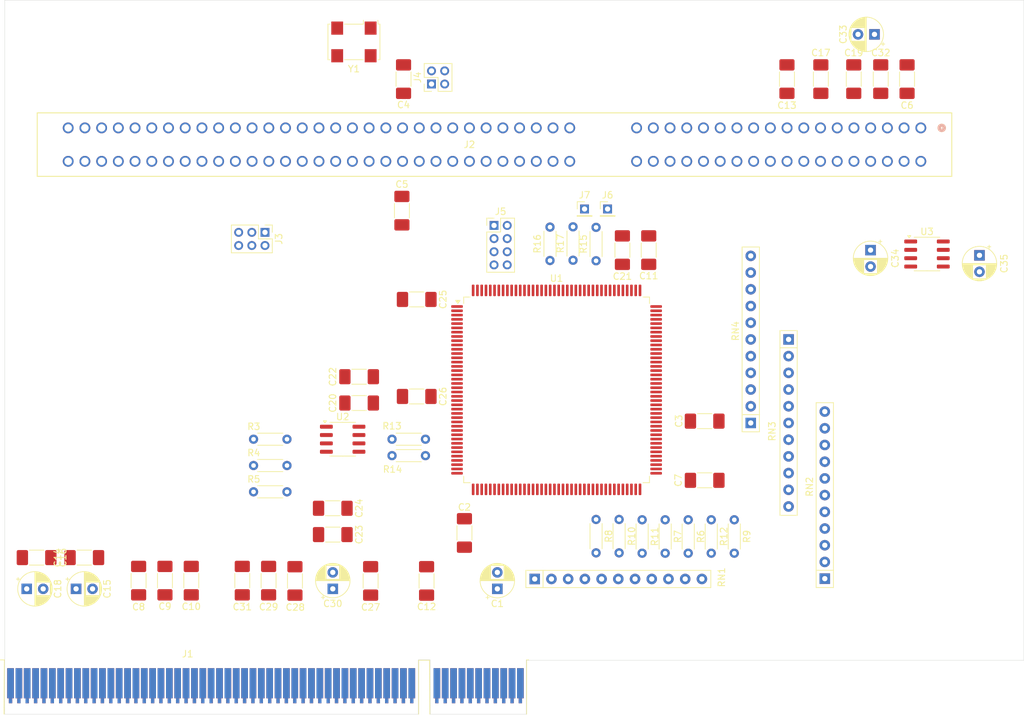
<source format=kicad_pcb>
(kicad_pcb (version 20241229) (generator "pcbnew") (generator_version "9.0")
  (layers (0 "F.Cu" signal) (2 "B.Cu" signal) (13 "F.Paste" user) (15 "B.Paste" user) (5 "F.SilkS" user "F.Silkscreen") (7 "B.SilkS" user "B.Silkscreen") (1 "F.Mask" user) (3 "B.Mask" user) (25 "Edge.Cuts" user))
  (net 0 "")
  (net 1 "GND")
  (net 2 "+3.3V")
  (net 3 "SCL")
  (net 4 "SDA")
  (net 10 "+5V")
  (net 33 "-12V")
  (net 47 "+12V")
  (net 53 "OSC")
  (net 54 "Net-(J4-Pin_3)")
  (net 63 "-5V")
  (net 64 "Net-(U3-CAP+)")
  (net 65 "SBHE#")
  (net 66 "AD23")
  (net 67 "SA8")
  (net 68 "IRQ6")
  (net 69 "IRDY#")
  (net 70 "SA19")
  (net 71 "SA4")
  (net 72 "SA1")
  (net 73 "AD24")
  (net 74 "DRQ6")
  (net 75 "AD25")
  (net 76 "IRQ12")
  (net 77 "DACK2#")
  (net 78 "MEMCS16#")
  (net 79 "BCLK")
  (net 80 "DACK5#")
  (net 81 "PCIRST#")
  (net 82 "DRQ3")
  (net 83 "SA12")
  (net 84 "IRQ4")
  (net 85 "MEMW#")
  (net 86 "C{slash}BE0#")
  (net 87 "AD28")
  (net 88 "IRQ14{slash}ROMCS#")
  (net 89 "IGNT#")
  (net 90 "RSTDRV")
  (net 91 "NOGO{slash}CLKRUN#")
  (net 92 "SA5")
  (net 93 "AD13")
  (net 94 "SD8")
  (net 95 "AD22")
  (net 96 "REFRESH#")
  (net 97 "SD7")
  (net 98 "IOCHCK#")
  (net 99 "IRQ3")
  (net 100 "AD15")
  (net 101 "STOP#")
  (net 102 "DRQ2")
  (net 103 "DACK3#")
  (net 104 "AD31")
  (net 105 "IOW#")
  (net 106 "LA20")
  (net 107 "LOCK#")
  (net 108 "IRQ15")
  (net 109 "SD1")
  (net 110 "AD14")
  (net 111 "AD17")
  (net 112 "AD2")
  (net 113 "IOR#")
  (net 114 "PCICLK")
  (net 115 "SD0")
  (net 116 "SA3")
  (net 117 "AD10")
  (net 118 "AD19")
  (net 119 "DEVSEL#")
  (net 120 "SA15")
  (net 121 "LA22")
  (net 122 "TC")
  (net 123 "SA6")
  (net 124 "SD10")
  (net 125 "FRAME#")
  (net 126 "SA10")
  (net 127 "AD16")
  (net 128 "SMEMW#")
  (net 129 "SD3")
  (net 130 "AD1")
  (net 131 "PERR#")
  (net 132 "SD9")
  (net 133 "AD3")
  (net 134 "BALE")
  (net 135 "PAR")
  (net 136 "AD0")
  (net 137 "AD9")
  (net 138 "TRDY#")
  (net 139 "SMEMR#")
  (net 140 "IDSEL")
  (net 141 "AD11")
  (net 142 "DRQ5")
  (net 143 "NOWS#")
  (net 144 "SD12")
  (net 145 "SA9")
  (net 146 "DRQ1")
  (net 147 "SA2")
  (net 148 "AD18")
  (net 149 "SA14")
  (net 150 "LA21")
  (net 151 "AD29")
  (net 152 "IRQ9")
  (net 153 "SD13")
  (net 154 "SD11")
  (net 155 "SERR#")
  (net 156 "AD4")
  (net 157 "AD7")
  (net 158 "SD4")
  (net 159 "SA13")
  (net 160 "SD6")
  (net 161 "IRQ10")
  (net 162 "IOCHRDY")
  (net 163 "SA11")
  (net 164 "SERIRQ")
  (net 165 "DACK1#")
  (net 166 "LA23")
  (net 167 "SD14")
  (net 168 "DRQ0")
  (net 169 "DACK0#")
  (net 170 "MASTER#")
  (net 171 "DRQ7")
  (net 172 "AD27")
  (net 173 "SA18")
  (net 174 "AEN")
  (net 175 "AD12")
  (net 176 "SD15")
  (net 177 "AD20")
  (net 178 "Net-(U3-CAP-)")
  (net 179 "AD8")
  (net 180 "C{slash}BE2#")
  (net 181 "SA16")
  (net 182 "AD26")
  (net 183 "AD5")
  (net 184 "IRQ7")
  (net 185 "C{slash}BE1#")
  (net 186 "SA7")
  (net 187 "MEMR#")
  (net 188 "SD2")
  (net 189 "AD6")
  (net 190 "IRQ5")
  (net 191 "DACK6#")
  (net 192 "IREQ#")
  (net 193 "SA0")
  (net 194 "AD21")
  (net 195 "IRQ11")
  (net 196 "IOCS16#")
  (net 197 "SD5")
  (net 198 "AD30")
  (net 199 "C{slash}BE3#")
  (net 200 "SA17")
  (net 201 "DACK7#")
  (net 202 "Net-(J3-Pin_6)")
  (net 203 "Net-(J3-Pin_4)")
  (net 204 "Net-(J3-Pin_2)")
  (net 216 "MB_PPDREQ#")
  (net 217 "MB_PPDGNT#")
  (footprint "Capacitor_SMD:C_1808_4520Metric_Pad1.72x2.30mm_HandSolder" (layer "F.Cu") (at 213.25 50 90)
    (property "Reference" "C32" (at 4 0 180) (layer "F.SilkS"))
    (property "Value" "100nF")
    (pad "1" smd roundrect (at -2.1625 0 90) (size 1.725 2.3) (layers "F.Cu" "F.Mask" "F.Paste") (roundrect_rratio 0.144928) (net 63 "-5V"))
    (pad "2" smd roundrect (at 2.1625 0 90) (size 1.725 2.3) (layers "F.Cu" "F.Mask" "F.Paste") (roundrect_rratio 0.144928) (net 1 "GND"))
  )
  (footprint "Capacitor_SMD:C_1808_4520Metric_Pad1.72x2.30mm_HandSolder" (layer "F.Cu") (at 130 115.25 180)
    (property "Reference" "C24" (at -4 0 90) (layer "F.SilkS"))
    (property "Value" "100nF")
    (pad "1" smd roundrect (at -2.1625 0 180) (size 1.725 2.3) (layers "F.Cu" "F.Mask" "F.Paste") (roundrect_rratio 0.144928) (net 2 "+3.3V"))
    (pad "2" smd roundrect (at 2.1625 0 180) (size 1.725 2.3) (layers "F.Cu" "F.Mask" "F.Paste") (roundrect_rratio 0.144928) (net 1 "GND"))
  )
  (footprint "Package_QFP:PQFP-160_28x28mm_P0.65mm" (layer "F.Cu") (at 164 97.25)
    (property "Reference" "U1" (at 0 -16.95 0) (layer "F.SilkS"))
    (property "Value" "~")
    (pad "1" smd roundrect (at -15.125 -12.675) (size 1.75 0.4) (layers "F.Cu" "F.Mask" "F.Paste") (net 2 "+3.3V"))
    (pad "2" smd roundrect (at -15.125 -12.025) (size 1.75 0.4) (layers "F.Cu" "F.Mask" "F.Paste") (net 180 "C{slash}BE2#"))
    (pad "3" smd roundrect (at -15.125 -11.375) (size 1.75 0.4) (layers "F.Cu" "F.Mask" "F.Paste") (net 125 "FRAME#"))
    (pad "4" smd roundrect (at -15.125 -10.725) (size 1.75 0.4) (layers "F.Cu" "F.Mask" "F.Paste") (net 69 "IRDY#"))
    (pad "5" smd roundrect (at -15.125 -10.075) (size 1.75 0.4) (layers "F.Cu" "F.Mask" "F.Paste") (net 138 "TRDY#"))
    (pad "6" smd roundrect (at -15.125 -9.425) (size 1.75 0.4) (layers "F.Cu" "F.Mask" "F.Paste") (net 119 "DEVSEL#"))
    (pad "7" smd roundrect (at -15.125 -8.775) (size 1.75 0.4) (layers "F.Cu" "F.Mask" "F.Paste") (net 101 "STOP#"))
    (pad "8" smd roundrect (at -15.125 -8.125) (size 1.75 0.4) (layers "F.Cu" "F.Mask" "F.Paste") (net 107 "LOCK#"))
    (pad "9" smd roundrect (at -15.125 -7.475) (size 1.75 0.4) (layers "F.Cu" "F.Mask" "F.Paste") (net 131 "PERR#"))
    (pad "10" smd roundrect (at -15.125 -6.825) (size 1.75 0.4) (layers "F.Cu" "F.Mask" "F.Paste") (net 155 "SERR#"))
    (pad "11" smd roundrect (at -15.125 -6.175) (size 1.75 0.4) (layers "F.Cu" "F.Mask" "F.Paste") (net 135 "PAR"))
    (pad "12" smd roundrect (at -15.125 -5.525) (size 1.75 0.4) (layers "F.Cu" "F.Mask" "F.Paste") (net 185 "C{slash}BE1#"))
    (pad "13" smd roundrect (at -15.125 -4.875) (size 1.75 0.4) (layers "F.Cu" "F.Mask" "F.Paste") (net 100 "AD15"))
    (pad "14" smd roundrect (at -15.125 -4.225) (size 1.75 0.4) (layers "F.Cu" "F.Mask" "F.Paste") (net 110 "AD14"))
    (pad "15" smd roundrect (at -15.125 -3.575) (size 1.75 0.4) (layers "F.Cu" "F.Mask" "F.Paste") (net 93 "AD13"))
    (pad "16" smd roundrect (at -15.125 -2.925) (size 1.75 0.4) (layers "F.Cu" "F.Mask" "F.Paste") (net 175 "AD12"))
    (pad "17" smd roundrect (at -15.125 -2.275) (size 1.75 0.4) (layers "F.Cu" "F.Mask" "F.Paste") (net 141 "AD11"))
    (pad "18" smd roundrect (at -15.125 -1.625) (size 1.75 0.4) (layers "F.Cu" "F.Mask" "F.Paste") (net 1 "GND"))
    (pad "19" smd roundrect (at -15.125 -0.975) (size 1.75 0.4) (layers "F.Cu" "F.Mask" "F.Paste") (net 117 "AD10"))
    (pad "20" smd roundrect (at -15.125 -0.325) (size 1.75 0.4) (layers "F.Cu" "F.Mask" "F.Paste") (net 137 "AD9"))
    (pad "21" smd roundrect (at -15.125 0.325) (size 1.75 0.4) (layers "F.Cu" "F.Mask" "F.Paste") (net 179 "AD8"))
    (pad "22" smd roundrect (at -15.125 0.975) (size 1.75 0.4) (layers "F.Cu" "F.Mask" "F.Paste") (net 2 "+3.3V"))
    (pad "23" smd roundrect (at -15.125 1.625) (size 1.75 0.4) (layers "F.Cu" "F.Mask" "F.Paste") (net 86 "C{slash}BE0#"))
    (pad "24" smd roundrect (at -15.125 2.275) (size 1.75 0.4) (layers "F.Cu" "F.Mask" "F.Paste") (net 157 "AD7"))
    (pad "25" smd roundrect (at -15.125 2.925) (size 1.75 0.4) (layers "F.Cu" "F.Mask" "F.Paste") (net 189 "AD6"))
    (pad "26" smd roundrect (at -15.125 3.575) (size 1.75 0.4) (layers "F.Cu" "F.Mask" "F.Paste") (net 183 "AD5"))
    (pad "27" smd roundrect (at -15.125 4.225) (size 1.75 0.4) (layers "F.Cu" "F.Mask" "F.Paste") (net 156 "AD4"))
    (pad "28" smd roundrect (at -15.125 4.875) (size 1.75 0.4) (layers "F.Cu" "F.Mask" "F.Paste") (net 1 "GND"))
    (pad "29" smd roundrect (at -15.125 5.525) (size 1.75 0.4) (layers "F.Cu" "F.Mask" "F.Paste") (net 133 "AD3"))
    (pad "30" smd roundrect (at -15.125 6.175) (size 1.75 0.4) (layers "F.Cu" "F.Mask" "F.Paste") (net 112 "AD2"))
    (pad "31" smd roundrect (at -15.125 6.825) (size 1.75 0.4) (layers "F.Cu" "F.Mask" "F.Paste") (net 130 "AD1"))
    (pad "32" smd roundrect (at -15.125 7.475) (size 1.75 0.4) (layers "F.Cu" "F.Mask" "F.Paste") (net 136 "AD0"))
    (pad "33" smd roundrect (at -15.125 8.125) (size 1.75 0.4) (layers "F.Cu" "F.Mask" "F.Paste") (net 4 "SDA"))
    (pad "34" smd roundrect (at -15.125 8.775) (size 1.75 0.4) (layers "F.Cu" "F.Mask" "F.Paste") (net 3 "SCL"))
    (pad "35" smd roundrect (at -15.125 9.425) (size 1.75 0.4) (layers "F.Cu" "F.Mask" "F.Paste") (net 90 "RSTDRV"))
    (pad "36" smd roundrect (at -15.125 10.075) (size 1.75 0.4) (layers "F.Cu" "F.Mask" "F.Paste") (net 201 "DACK7#"))
    (pad "37" smd roundrect (at -15.125 10.725) (size 1.75 0.4) (layers "F.Cu" "F.Mask" "F.Paste") (net 191 "DACK6#"))
    (pad "38" smd roundrect (at -15.125 11.375) (size 1.75 0.4) (layers "F.Cu" "F.Mask" "F.Paste") (net 80 "DACK5#"))
    (pad "39" smd roundrect (at -15.125 12.025) (size 1.75 0.4) (layers "F.Cu" "F.Mask" "F.Paste") (net 103 "DACK3#"))
    (pad "40" smd roundrect (at -15.125 12.675) (size 1.75 0.4) (layers "F.Cu" "F.Mask" "F.Paste") (net 1 "GND"))
    (pad "41" smd roundrect (at -12.675 15.125) (size 0.4 1.75) (layers "F.Cu" "F.Mask" "F.Paste") (net 10 "+5V"))
    (pad "42" smd roundrect (at -12.025 15.125) (size 0.4 1.75) (layers "F.Cu" "F.Mask" "F.Paste") (net 77 "DACK2#"))
    (pad "43" smd roundrect (at -11.375 15.125) (size 0.4 1.75) (layers "F.Cu" "F.Mask" "F.Paste") (net 165 "DACK1#"))
    (pad "44" smd roundrect (at -10.725 15.125) (size 0.4 1.75) (layers "F.Cu" "F.Mask" "F.Paste") (net 169 "DACK0#"))
    (pad "45" smd roundrect (at -10.075 15.125) (size 0.4 1.75) (layers "F.Cu" "F.Mask" "F.Paste") (net 171 "DRQ7"))
    (pad "46" smd roundrect (at -9.425 15.125) (size 0.4 1.75) (layers "F.Cu" "F.Mask" "F.Paste") (net 74 "DRQ6"))
    (pad "47" smd roundrect (at -8.775 15.125) (size 0.4 1.75) (layers "F.Cu" "F.Mask" "F.Paste") (net 142 "DRQ5"))
    (pad "48" smd roundrect (at -8.125 15.125) (size 0.4 1.75) (layers "F.Cu" "F.Mask" "F.Paste") (net 82 "DRQ3"))
    (pad "49" smd roundrect (at -7.475 15.125) (size 0.4 1.75) (layers "F.Cu" "F.Mask" "F.Paste") (net 102 "DRQ2"))
    (pad "50" smd roundrect (at -6.825 15.125) (size 0.4 1.75) (layers "F.Cu" "F.Mask" "F.Paste") (net 146 "DRQ1"))
    (pad "51" smd roundrect (at -6.175 15.125) (size 0.4 1.75) (layers "F.Cu" "F.Mask" "F.Paste") (net 168 "DRQ0"))
    (pad "52" smd roundrect (at -5.525 15.125) (size 0.4 1.75) (layers "F.Cu" "F.Mask" "F.Paste") (net 1 "GND"))
    (pad "53" smd roundrect (at -4.875 15.125) (size 0.4 1.75) (layers "F.Cu" "F.Mask" "F.Paste") (net 108 "IRQ15"))
    (pad "54" smd roundrect (at -4.225 15.125) (size 0.4 1.75) (layers "F.Cu" "F.Mask" "F.Paste") (net 88 "IRQ14{slash}ROMCS#"))
    (pad "55" smd roundrect (at -3.575 15.125) (size 0.4 1.75) (layers "F.Cu" "F.Mask" "F.Paste") (net 76 "IRQ12"))
    (pad "56" smd roundrect (at -2.925 15.125) (size 0.4 1.75) (layers "F.Cu" "F.Mask" "F.Paste") (net 195 "IRQ11"))
    (pad "57" smd roundrect (at -2.275 15.125) (size 0.4 1.75) (layers "F.Cu" "F.Mask" "F.Paste") (net 161 "IRQ10"))
    (pad "58" smd roundrect (at -1.625 15.125) (size 0.4 1.75) (layers "F.Cu" "F.Mask" "F.Paste") (net 152 "IRQ9"))
    (pad "59" smd roundrect (at -0.975 15.125) (size 0.4 1.75) (layers "F.Cu" "F.Mask" "F.Paste") (net 184 "IRQ7"))
    (pad "60" smd roundrect (at -0.325 15.125) (size 0.4 1.75) (layers "F.Cu" "F.Mask" "F.Paste") (net 68 "IRQ6"))
    (pad "61" smd roundrect (at 0.325 15.125) (size 0.4 1.75) (layers "F.Cu" "F.Mask" "F.Paste") (net 190 "IRQ5"))
    (pad "62" smd roundrect (at 0.975 15.125) (size 0.4 1.75) (layers "F.Cu" "F.Mask" "F.Paste") (net 84 "IRQ4"))
    (pad "63" smd roundrect (at 1.625 15.125) (size 0.4 1.75) (layers "F.Cu" "F.Mask" "F.Paste") (net 99 "IRQ3"))
    (pad "64" smd roundrect (at 2.275 15.125) (size 0.4 1.75) (layers "F.Cu" "F.Mask" "F.Paste") (net 122 "TC"))
    (pad "65" smd roundrect (at 2.925 15.125) (size 0.4 1.75) (layers "F.Cu" "F.Mask" "F.Paste") (net 96 "REFRESH#"))
    (pad "66" smd roundrect (at 3.575 15.125) (size 0.4 1.75) (layers "F.Cu" "F.Mask" "F.Paste") (net 196 "IOCS16#"))
    (pad "67" smd roundrect (at 4.225 15.125) (size 0.4 1.75) (layers "F.Cu" "F.Mask" "F.Paste") (net 78 "MEMCS16#"))
    (pad "68" smd roundrect (at 4.875 15.125) (size 0.4 1.75) (layers "F.Cu" "F.Mask" "F.Paste") (net 98 "IOCHCK#"))
    (pad "69" smd roundrect (at 5.525 15.125) (size 0.4 1.75) (layers "F.Cu" "F.Mask" "F.Paste") (net 1 "GND"))
    (pad "70" smd roundrect (at 6.175 15.125) (size 0.4 1.75) (layers "F.Cu" "F.Mask" "F.Paste") (net 79 "BCLK"))
    (pad "71" smd roundrect (at 6.825 15.125) (size 0.4 1.75) (layers "F.Cu" "F.Mask" "F.Paste") (net 162 "IOCHRDY"))
    (pad "72" smd roundrect (at 7.475 15.125) (size 0.4 1.75) (layers "F.Cu" "F.Mask" "F.Paste") (net 170 "MASTER#"))
    (pad "73" smd roundrect (at 8.125 15.125) (size 0.4 1.75) (layers "F.Cu" "F.Mask" "F.Paste") (net 174 "AEN"))
    (pad "74" smd roundrect (at 8.775 15.125) (size 0.4 1.75) (layers "F.Cu" "F.Mask" "F.Paste") (net 134 "BALE"))
    (pad "75" smd roundrect (at 9.425 15.125) (size 0.4 1.75) (layers "F.Cu" "F.Mask" "F.Paste") (net 143 "NOWS#"))
    (pad "76" smd roundrect (at 10.075 15.125) (size 0.4 1.75) (layers "F.Cu" "F.Mask" "F.Paste") (net 128 "SMEMW#"))
    (pad "77" smd roundrect (at 10.725 15.125) (size 0.4 1.75) (layers "F.Cu" "F.Mask" "F.Paste") (net 139 "SMEMR#"))
    (pad "78" smd roundrect (at 11.375 15.125) (size 0.4 1.75) (layers "F.Cu" "F.Mask" "F.Paste") (net 105 "IOW#"))
    (pad "79" smd roundrect (at 12.025 15.125) (size 0.4 1.75) (layers "F.Cu" "F.Mask" "F.Paste") (net 113 "IOR#"))
    (pad "80" smd roundrect (at 12.675 15.125) (size 0.4 1.75) (layers "F.Cu" "F.Mask" "F.Paste") (net 1 "GND"))
    (pad "81" smd roundrect (at 15.125 12.675) (size 1.75 0.4) (layers "F.Cu" "F.Mask" "F.Paste") (net 10 "+5V"))
    (pad "82" smd roundrect (at 15.125 12.025) (size 1.75 0.4) (layers "F.Cu" "F.Mask" "F.Paste") (net 85 "MEMW#"))
    (pad "83" smd roundrect (at 15.125 11.375) (size 1.75 0.4) (layers "F.Cu" "F.Mask" "F.Paste") (net 187 "MEMR#"))
    (pad "84" smd roundrect (at 15.125 10.725) (size 1.75 0.4) (layers "F.Cu" "F.Mask" "F.Paste") (net 65 "SBHE#"))
    (pad "85" smd roundrect (at 15.125 10.075) (size 1.75 0.4) (layers "F.Cu" "F.Mask" "F.Paste") (net 193 "SA0"))
    (pad "86" smd roundrect (at 15.125 9.425) (size 1.75 0.4) (layers "F.Cu" "F.Mask" "F.Paste") (net 72 "SA1"))
    (pad "87" smd roundrect (at 15.125 8.775) (size 1.75 0.4) (layers "F.Cu" "F.Mask" "F.Paste") (net 147 "SA2"))
    (pad "88" smd roundrect (at 15.125 8.125) (size 1.75 0.4) (layers "F.Cu" "F.Mask" "F.Paste") (net 116 "SA3"))
    (pad "89" smd roundrect (at 15.125 7.475) (size 1.75 0.4) (layers "F.Cu" "F.Mask" "F.Paste") (net 71 "SA4"))
    (pad "90" smd roundrect (at 15.125 6.825) (size 1.75 0.4) (layers "F.Cu" "F.Mask" "F.Paste") (net 92 "SA5"))
    (pad "91" smd roundrect (at 15.125 6.175) (size 1.75 0.4) (layers "F.Cu" "F.Mask" "F.Paste") (net 1 "GND"))
    (pad "92" smd roundrect (at 15.125 5.525) (size 1.75 0.4) (layers "F.Cu" "F.Mask" "F.Paste") (net 123 "SA6"))
    (pad "93" smd roundrect (at 15.125 4.875) (size 1.75 0.4) (layers "F.Cu" "F.Mask" "F.Paste") (net 10 "+5V"))
    (pad "94" smd roundrect (at 15.125 4.225) (size 1.75 0.4) (layers "F.Cu" "F.Mask" "F.Paste") (net 186 "SA7"))
    (pad "95" smd roundrect (at 15.125 3.575) (size 1.75 0.4) (layers "F.Cu" "F.Mask" "F.Paste") (net 67 "SA8"))
    (pad "96" smd roundrect (at 15.125 2.925) (size 1.75 0.4) (layers "F.Cu" "F.Mask" "F.Paste") (net 145 "SA9"))
    (pad "97" smd roundrect (at 15.125 2.275) (size 1.75 0.4) (layers "F.Cu" "F.Mask" "F.Paste") (net 126 "SA10"))
    (pad "98" smd roundrect (at 15.125 1.625) (size 1.75 0.4) (layers "F.Cu" "F.Mask" "F.Paste") (net 163 "SA11"))
    (pad "99" smd roundrect (at 15.125 0.975) (size 1.75 0.4) (layers "F.Cu" "F.Mask" "F.Paste") (net 83 "SA12"))
    (pad "100" smd roundrect (at 15.125 0.325) (size 1.75 0.4) (layers "F.Cu" "F.Mask" "F.Paste") (net 159 "SA13"))
    (pad "101" smd roundrect (at 15.125 -0.325) (size 1.75 0.4) (layers "F.Cu" "F.Mask" "F.Paste") (net 1 "GND"))
    (pad "102" smd roundrect (at 15.125 -0.975) (size 1.75 0.4) (layers "F.Cu" "F.Mask" "F.Paste") (net 149 "SA14"))
    (pad "103" smd roundrect (at 15.125 -1.625) (size 1.75 0.4) (layers "F.Cu" "F.Mask" "F.Paste") (net 120 "SA15"))
    (pad "104" smd roundrect (at 15.125 -2.275) (size 1.75 0.4) (layers "F.Cu" "F.Mask" "F.Paste") (net 115 "SD0"))
    (pad "105" smd roundrect (at 15.125 -2.925) (size 1.75 0.4) (layers "F.Cu" "F.Mask" "F.Paste") (net 109 "SD1"))
    (pad "106" smd roundrect (at 15.125 -3.575) (size 1.75 0.4) (layers "F.Cu" "F.Mask" "F.Paste") (net 188 "SD2"))
    (pad "107" smd roundrect (at 15.125 -4.225) (size 1.75 0.4) (layers "F.Cu" "F.Mask" "F.Paste") (net 129 "SD3"))
    (pad "108" smd roundrect (at 15.125 -4.875) (size 1.75 0.4) (layers "F.Cu" "F.Mask" "F.Paste") (net 158 "SD4"))
    (pad "109" smd roundrect (at 15.125 -5.525) (size 1.75 0.4) (layers "F.Cu" "F.Mask" "F.Paste") (net 197 "SD5"))
    (pad "110" smd roundrect (at 15.125 -6.175) (size 1.75 0.4) (layers "F.Cu" "F.Mask" "F.Paste") (net 160 "SD6"))
    (pad "111" smd roundrect (at 15.125 -6.825) (size 1.75 0.4) (layers "F.Cu" "F.Mask" "F.Paste") (net 97 "SD7"))
    (pad "112" smd roundrect (at 15.125 -7.475) (size 1.75 0.4) (layers "F.Cu" "F.Mask" "F.Paste") (net 181 "SA16"))
    (pad "113" smd roundrect (at 15.125 -8.125) (size 1.75 0.4) (layers "F.Cu" "F.Mask" "F.Paste") (net 200 "SA17"))
    (pad "114" smd roundrect (at 15.125 -8.775) (size 1.75 0.4) (layers "F.Cu" "F.Mask" "F.Paste") (net 173 "SA18"))
    (pad "115" smd roundrect (at 15.125 -9.425) (size 1.75 0.4) (layers "F.Cu" "F.Mask" "F.Paste") (net 70 "SA19"))
    (pad "116" smd roundrect (at 15.125 -10.075) (size 1.75 0.4) (layers "F.Cu" "F.Mask" "F.Paste") (net 106 "LA20"))
    (pad "117" smd roundrect (at 15.125 -10.725) (size 1.75 0.4) (layers "F.Cu" "F.Mask" "F.Paste") (net 150 "LA21"))
    (pad "118" smd roundrect (at 15.125 -11.375) (size 1.75 0.4) (layers "F.Cu" "F.Mask" "F.Paste") (net 121 "LA22"))
    (pad "119" smd roundrect (at 15.125 -12.025) (size 1.75 0.4) (layers "F.Cu" "F.Mask" "F.Paste") (net 166 "LA23"))
    (pad "120" smd roundrect (at 15.125 -12.675) (size 1.75 0.4) (layers "F.Cu" "F.Mask" "F.Paste") (net 1 "GND"))
    (pad "121" smd roundrect (at 12.675 -15.125) (size 0.4 1.75) (layers "F.Cu" "F.Mask" "F.Paste") (net 10 "+5V"))
    (pad "122" smd roundrect (at 12.025 -15.125) (size 0.4 1.75) (layers "F.Cu" "F.Mask" "F.Paste") (net 94 "SD8"))
    (pad "123" smd roundrect (at 11.375 -15.125) (size 0.4 1.75) (layers "F.Cu" "F.Mask" "F.Paste") (net 132 "SD9"))
    (pad "124" smd roundrect (at 10.725 -15.125) (size 0.4 1.75) (layers "F.Cu" "F.Mask" "F.Paste") (net 124 "SD10"))
    (pad "125" smd roundrect (at 10.075 -15.125) (size 0.4 1.75) (layers "F.Cu" "F.Mask" "F.Paste") (net 154 "SD11"))
    (pad "126" smd roundrect (at 9.425 -15.125) (size 0.4 1.75) (layers "F.Cu" "F.Mask" "F.Paste") (net 144 "SD12"))
    (pad "127" smd roundrect (at 8.775 -15.125) (size 0.4 1.75) (layers "F.Cu" "F.Mask" "F.Paste") (net 153 "SD13"))
    (pad "128" smd roundrect (at 8.125 -15.125) (size 0.4 1.75) (layers "F.Cu" "F.Mask" "F.Paste") (net 167 "SD14"))
    (pad "129" smd roundrect (at 7.475 -15.125) (size 0.4 1.75) (layers "F.Cu" "F.Mask" "F.Paste") (net 176 "SD15"))
    (pad "130" smd roundrect (at 6.825 -15.125) (size 0.4 1.75) (layers "F.Cu" "F.Mask" "F.Paste") (net 2 "+3.3V"))
    (pad "131" smd roundrect (at 6.175 -15.125) (size 0.4 1.75) (layers "F.Cu" "F.Mask" "F.Paste") (net 217 "MB_PPDGNT#"))
    (pad "132" smd roundrect (at 5.525 -15.125) (size 0.4 1.75) (layers "F.Cu" "F.Mask" "F.Paste") (net 216 "MB_PPDREQ#"))
    (pad "133" smd roundrect (at 4.875 -15.125) (size 0.4 1.75) (layers "F.Cu" "F.Mask" "F.Paste") (net 91 "NOGO{slash}CLKRUN#"))
    (pad "134" smd roundrect (at 4.225 -15.125) (size 0.4 1.75) (layers "F.Cu" "F.Mask" "F.Paste") (net 164 "SERIRQ"))
    (pad "135" smd roundrect (at 3.575 -15.125) (size 0.4 1.75) (layers "F.Cu" "F.Mask" "F.Paste") (net 81 "PCIRST#"))
    (pad "136" smd roundrect (at 2.925 -15.125) (size 0.4 1.75) (layers "F.Cu" "F.Mask" "F.Paste") (net 1 "GND"))
    (pad "137" smd roundrect (at 2.275 -15.125) (size 0.4 1.75) (layers "F.Cu" "F.Mask" "F.Paste") (net 114 "PCICLK"))
    (pad "138" smd roundrect (at 1.625 -15.125) (size 0.4 1.75) (layers "F.Cu" "F.Mask" "F.Paste") (net 89 "IGNT#"))
    (pad "139" smd roundrect (at 0.975 -15.125) (size 0.4 1.75) (layers "F.Cu" "F.Mask" "F.Paste") (net 192 "IREQ#"))
    (pad "140" smd roundrect (at 0.325 -15.125) (size 0.4 1.75) (layers "F.Cu" "F.Mask" "F.Paste") (net 104 "AD31"))
    (pad "141" smd roundrect (at -0.325 -15.125) (size 0.4 1.75) (layers "F.Cu" "F.Mask" "F.Paste") (net 198 "AD30"))
    (pad "142" smd roundrect (at -0.975 -15.125) (size 0.4 1.75) (layers "F.Cu" "F.Mask" "F.Paste") (net 151 "AD29"))
    (pad "143" smd roundrect (at -1.625 -15.125) (size 0.4 1.75) (layers "F.Cu" "F.Mask" "F.Paste") (net 87 "AD28"))
    (pad "144" smd roundrect (at -2.275 -15.125) (size 0.4 1.75) (layers "F.Cu" "F.Mask" "F.Paste") (net 172 "AD27"))
    (pad "145" smd roundrect (at -2.925 -15.125) (size 0.4 1.75) (layers "F.Cu" "F.Mask" "F.Paste") (net 182 "AD26"))
    (pad "146" smd roundrect (at -3.575 -15.125) (size 0.4 1.75) (layers "F.Cu" "F.Mask" "F.Paste") (net 2 "+3.3V"))
    (pad "147" smd roundrect (at -4.225 -15.125) (size 0.4 1.75) (layers "F.Cu" "F.Mask" "F.Paste") (net 75 "AD25"))
    (pad "148" smd roundrect (at -4.875 -15.125) (size 0.4 1.75) (layers "F.Cu" "F.Mask" "F.Paste") (net 1 "GND"))
    (pad "149" smd roundrect (at -5.525 -15.125) (size 0.4 1.75) (layers "F.Cu" "F.Mask" "F.Paste") (net 73 "AD24"))
    (pad "150" smd roundrect (at -6.175 -15.125) (size 0.4 1.75) (layers "F.Cu" "F.Mask" "F.Paste") (net 199 "C{slash}BE3#"))
    (pad "151" smd roundrect (at -6.825 -15.125) (size 0.4 1.75) (layers "F.Cu" "F.Mask" "F.Paste") (net 140 "IDSEL"))
    (pad "152" smd roundrect (at -7.475 -15.125) (size 0.4 1.75) (layers "F.Cu" "F.Mask" "F.Paste") (net 66 "AD23"))
    (pad "153" smd roundrect (at -8.125 -15.125) (size 0.4 1.75) (layers "F.Cu" "F.Mask" "F.Paste") (net 95 "AD22"))
    (pad "154" smd roundrect (at -8.775 -15.125) (size 0.4 1.75) (layers "F.Cu" "F.Mask" "F.Paste") (net 194 "AD21"))
    (pad "155" smd roundrect (at -9.425 -15.125) (size 0.4 1.75) (layers "F.Cu" "F.Mask" "F.Paste") (net 177 "AD20"))
    (pad "156" smd roundrect (at -10.075 -15.125) (size 0.4 1.75) (layers "F.Cu" "F.Mask" "F.Paste") (net 118 "AD19"))
    (pad "157" smd roundrect (at -10.725 -15.125) (size 0.4 1.75) (layers "F.Cu" "F.Mask" "F.Paste") (net 148 "AD18"))
    (pad "158" smd roundrect (at -11.375 -15.125) (size 0.4 1.75) (layers "F.Cu" "F.Mask" "F.Paste") (net 111 "AD17"))
    (pad "159" smd roundrect (at -12.025 -15.125) (size 0.4 1.75) (layers "F.Cu" "F.Mask" "F.Paste") (net 127 "AD16"))
    (pad "160" smd roundrect (at -12.675 -15.125) (size 0.4 1.75) (layers "F.Cu" "F.Mask" "F.Paste") (net 1 "GND"))
  )
  (footprint "Resistor_THT:R_Axial_DIN0204_L3.6mm_D1.6mm_P5.08mm_Horizontal" (layer "F.Cu") (at 117.96 104.75)
    (property "Reference" "R3" (at 0.04 -1.92 0) (layer "F.SilkS"))
    (property "Value" "R4.7K")
    (pad "1" thru_hole circle (at 0 0) (size 1.4 1.4) (drill 0.7) (layers "*.Cu" "*.Mask") (net 204 "Net-(J3-Pin_2)"))
    (pad "2" thru_hole oval (at 5.08 0) (size 1.4 1.4) (drill 0.7) (layers "*.Cu" "*.Mask") (net 1 "GND"))
  )
  (footprint "Capacitor_SMD:C_1808_4520Metric_Pad1.72x2.30mm_HandSolder" (layer "F.Cu") (at 108.5 126.25 90)
    (property "Reference" "C10" (at -3.95 0 0) (layer "F.SilkS"))
    (property "Value" "100nF")
    (pad "1" smd roundrect (at -2.1625 0 90) (size 1.725 2.3) (layers "F.Cu" "F.Mask" "F.Paste") (roundrect_rratio 0.144928) (net 10 "+5V"))
    (pad "2" smd roundrect (at 2.1625 0 90) (size 1.725 2.3) (layers "F.Cu" "F.Mask" "F.Paste") (roundrect_rratio 0.144928) (net 1 "GND"))
  )
  (footprint "ISA8888:CONN_EBC49_SUL" (layer "F.Cu") (at 219.34 57.42)
    (property "Reference" "J2" (at -68.58 2.54 0) (layer "F.SilkS"))
    (property "Value" "Bus_ISA_16bit")
    (pad "1" thru_hole circle (at 0 0) (size 1.651 1.651) (drill 1.143) (layers "*.Cu" "*.Mask") (net 1 "GND"))
    (pad "2" thru_hole circle (at -2.54 0) (size 1.651 1.651) (drill 1.143) (layers "*.Cu" "*.Mask") (net 90 "RSTDRV"))
    (pad "3" thru_hole circle (at -5.08 0) (size 1.651 1.651) (drill 1.143) (layers "*.Cu" "*.Mask") (net 10 "+5V"))
    (pad "4" thru_hole circle (at -7.62 0) (size 1.651 1.651) (drill 1.143) (layers "*.Cu" "*.Mask"))
    (pad "5" thru_hole circle (at -10.16 0) (size 1.651 1.651) (drill 1.143) (layers "*.Cu" "*.Mask") (net 63 "-5V"))
    (pad "6" thru_hole circle (at -12.7 0) (size 1.651 1.651) (drill 1.143) (layers "*.Cu" "*.Mask") (net 102 "DRQ2"))
    (pad "7" thru_hole circle (at -15.24 0) (size 1.651 1.651) (drill 1.143) (layers "*.Cu" "*.Mask") (net 33 "-12V"))
    (pad "8" thru_hole circle (at -17.78 0) (size 1.651 1.651) (drill 1.143) (layers "*.Cu" "*.Mask"))
    (pad "9" thru_hole circle (at -20.32 0) (size 1.651 1.651) (drill 1.143) (layers "*.Cu" "*.Mask") (net 47 "+12V"))
    (pad "10" thru_hole circle (at -22.86 0) (size 1.651 1.651) (drill 1.143) (layers "*.Cu" "*.Mask") (net 1 "GND"))
    (pad "11" thru_hole circle (at -25.4 0) (size 1.651 1.651) (drill 1.143) (layers "*.Cu" "*.Mask") (net 128 "SMEMW#"))
    (pad "12" thru_hole circle (at -27.94 0) (size 1.651 1.651) (drill 1.143) (layers "*.Cu" "*.Mask") (net 139 "SMEMR#"))
    (pad "13" thru_hole circle (at -30.48 0) (size 1.651 1.651) (drill 1.143) (layers "*.Cu" "*.Mask") (net 105 "IOW#"))
    (pad "14" thru_hole circle (at -33.02 0) (size 1.651 1.651) (drill 1.143) (layers "*.Cu" "*.Mask") (net 113 "IOR#"))
    (pad "15" thru_hole circle (at -35.56 0) (size 1.651 1.651) (drill 1.143) (layers "*.Cu" "*.Mask") (net 103 "DACK3#"))
    (pad "16" thru_hole circle (at -38.1 0) (size 1.651 1.651) (drill 1.143) (layers "*.Cu" "*.Mask") (net 82 "DRQ3"))
    (pad "17" thru_hole circle (at -40.64 0) (size 1.651 1.651) (drill 1.143) (layers "*.Cu" "*.Mask") (net 165 "DACK1#"))
    (pad "18" thru_hole circle (at -43.18 0) (size 1.651 1.651) (drill 1.143) (layers "*.Cu" "*.Mask") (net 146 "DRQ1"))
    (pad "19" thru_hole circle (at -53.34 0) (size 1.651 1.651) (drill 1.143) (layers "*.Cu" "*.Mask") (net 96 "REFRESH#"))
    (pad "20" thru_hole circle (at -55.88 0) (size 1.651 1.651) (drill 1.143) (layers "*.Cu" "*.Mask") (net 79 "BCLK"))
    (pad "21" thru_hole circle (at -58.42 0) (size 1.651 1.651) (drill 1.143) (layers "*.Cu" "*.Mask") (net 184 "IRQ7"))
    (pad "22" thru_hole circle (at -60.96 0) (size 1.651 1.651) (drill 1.143) (layers "*.Cu" "*.Mask") (net 68 "IRQ6"))
    (pad "23" thru_hole circle (at -63.5 0) (size 1.651 1.651) (drill 1.143) (layers "*.Cu" "*.Mask") (net 190 "IRQ5"))
    (pad "24" thru_hole circle (at -66.04 0) (size 1.651 1.651) (drill 1.143) (layers "*.Cu" "*.Mask") (net 84 "IRQ4"))
    (pad "25" thru_hole circle (at -68.58 0) (size 1.651 1.651) (drill 1.143) (layers "*.Cu" "*.Mask") (net 99 "IRQ3"))
    (pad "26" thru_hole circle (at -71.12 0) (size 1.651 1.651) (drill 1.143) (layers "*.Cu" "*.Mask") (net 77 "DACK2#"))
    (pad "27" thru_hole circle (at -73.66 0) (size 1.651 1.651) (drill 1.143) (layers "*.Cu" "*.Mask") (net 122 "TC"))
    (pad "28" thru_hole circle (at -76.2 0) (size 1.651 1.651) (drill 1.143) (layers "*.Cu" "*.Mask") (net 134 "BALE"))
    (pad "29" thru_hole circle (at -78.74 0) (size 1.651 1.651) (drill 1.143) (layers "*.Cu" "*.Mask") (net 10 "+5V"))
    (pad "30" thru_hole circle (at -81.28 0) (size 1.651 1.651) (drill 1.143) (layers "*.Cu" "*.Mask") (net 53 "OSC"))
    (pad "31" thru_hole circle (at -83.82 0) (size 1.651 1.651) (drill 1.143) (layers "*.Cu" "*.Mask") (net 1 "GND"))
    (pad "32" thru_hole circle (at -86.36 0) (size 1.651 1.651) (drill 1.143) (layers "*.Cu" "*.Mask") (net 98 "IOCHCK#"))
    (pad "33" thru_hole circle (at -88.9 0) (size 1.651 1.651) (drill 1.143) (layers "*.Cu" "*.Mask") (net 97 "SD7"))
    (pad "34" thru_hole circle (at -91.44 0) (size 1.651 1.651) (drill 1.143) (layers "*.Cu" "*.Mask") (net 160 "SD6"))
    (pad "35" thru_hole circle (at -93.98 0) (size 1.651 1.651) (drill 1.143) (layers "*.Cu" "*.Mask") (net 197 "SD5"))
    (pad "36" thru_hole circle (at -96.52 0) (size 1.651 1.651) (drill 1.143) (layers "*.Cu" "*.Mask") (net 158 "SD4"))
    (pad "37" thru_hole circle (at -99.06 0) (size 1.651 1.651) (drill 1.143) (layers "*.Cu" "*.Mask") (net 129 "SD3"))
    (pad "38" thru_hole circle (at -101.6 0) (size 1.651 1.651) (drill 1.143) (layers "*.Cu" "*.Mask") (net 188 "SD2"))
    (pad "39" thru_hole circle (at -104.14 0) (size 1.651 1.651) (drill 1.143) (layers "*.Cu" "*.Mask") (net 109 "SD1"))
    (pad "40" thru_hole circle (at -106.68 0) (size 1.651 1.651) (drill 1.143) (layers "*.Cu" "*.Mask") (net 115 "SD0"))
    (pad "41" thru_hole circle (at -109.22 0) (size 1.651 1.651) (drill 1.143) (layers "*.Cu" "*.Mask") (net 162 "IOCHRDY"))
    (pad "42" thru_hole circle (at -111.76 0) (size 1.651 1.651) (drill 1.143) (layers "*.Cu" "*.Mask") (net 174 "AEN"))
    (pad "43" thru_hole circle (at -114.3 0) (size 1.651 1.651) (drill 1.143) (layers "*.Cu" "*.Mask") (net 70 "SA19"))
    (pad "44" thru_hole circle (at -116.84 0) (size 1.651 1.651) (drill 1.143) (layers "*.Cu" "*.Mask") (net 173 "SA18"))
    (pad "45" thru_hole circle (at -119.38 0) (size 1.651 1.651) (drill 1.143) (layers "*.Cu" "*.Mask") (net 200 "SA17"))
    (pad "46" thru_hole circle (at -121.92 0) (size 1.651 1.651) (drill 1.143) (layers "*.Cu" "*.Mask") (net 181 "SA16"))
    (pad "47" thru_hole circle (at -124.46 0) (size 1.651 1.651) (drill 1.143) (layers "*.Cu" "*.Mask") (net 120 "SA15"))
    (pad "48" thru_hole circle (at -127 0) (size 1.651 1.651) (drill 1.143) (layers "*.Cu" "*.Mask") (net 149 "SA14"))
    (pad "49" thru_hole circle (at -129.54 0) (size 1.651 1.651) (drill 1.143) (layers "*.Cu" "*.Mask") (net 159 "SA13"))
    (pad "50" thru_hole circle (at 0 5.08) (size 1.651 1.651) (drill 1.143) (layers "*.Cu" "*.Mask") (net 83 "SA12"))
    (pad "51" thru_hole circle (at -2.54 5.08) (size 1.651 1.651) (drill 1.143) (layers "*.Cu" "*.Mask") (net 163 "SA11"))
    (pad "52" thru_hole circle (at -5.08 5.08) (size 1.651 1.651) (drill 1.143) (layers "*.Cu" "*.Mask") (net 126 "SA10"))
    (pad "53" thru_hole circle (at -7.62 5.08) (size 1.651 1.651) (drill 1.143) (layers "*.Cu" "*.Mask") (net 145 "SA9"))
    (pad "54" thru_hole circle (at -10.16 5.08) (size 1.651 1.651) (drill 1.143) (layers "*.Cu" "*.Mask") (net 67 "SA8"))
    (pad "55" thru_hole circle (at -12.7 5.08) (size 1.651 1.651) (drill 1.143) (layers "*.Cu" "*.Mask") (net 186 "SA7"))
    (pad "56" thru_hole circle (at -15.24 5.08) (size 1.651 1.651) (drill 1.143) (layers "*.Cu" "*.Mask") (net 123 "SA6"))
    (pad "57" thru_hole circle (at -17.78 5.08) (size 1.651 1.651) (drill 1.143) (layers "*.Cu" "*.Mask") (net 92 "SA5"))
    (pad "58" thru_hole circle (at -20.32 5.08) (size 1.651 1.651) (drill 1.143) (layers "*.Cu" "*.Mask") (net 71 "SA4"))
    (pad "59" thru_hole circle (at -22.86 5.08) (size 1.651 1.651) (drill 1.143) (layers "*.Cu" "*.Mask") (net 116 "SA3"))
    (pad "60" thru_hole circle (at -25.4 5.08) (size 1.651 1.651) (drill 1.143) (layers "*.Cu" "*.Mask") (net 147 "SA2"))
    (pad "61" thru_hole circle (at -27.94 5.08) (size 1.651 1.651) (drill 1.143) (layers "*.Cu" "*.Mask") (net 72 "SA1"))
    (pad "62" thru_hole circle (at -30.48 5.08) (size 1.651 1.651) (drill 1.143) (layers "*.Cu" "*.Mask") (net 193 "SA0"))
    (pad "63" thru_hole circle (at -33.02 5.08) (size 1.651 1.651) (drill 1.143) (layers "*.Cu" "*.Mask") (net 78 "MEMCS16#"))
    (pad "64" thru_hole circle (at -35.56 5.08) (size 1.651 1.651) (drill 1.143) (layers "*.Cu" "*.Mask") (net 196 "IOCS16#"))
    (pad "65" thru_hole circle (at -38.1 5.08) (size 1.651 1.651) (drill 1.143) (layers "*.Cu" "*.Mask") (net 161 "IRQ10"))
    (pad "66" thru_hole circle (at -40.64 5.08) (size 1.651 1.651) (drill 1.143) (layers "*.Cu" "*.Mask") (net 195 "IRQ11"))
    (pad "67" thru_hole circle (at -43.18 5.08) (size 1.651 1.651) (drill 1.143) (layers "*.Cu" "*.Mask") (net 76 "IRQ12"))
    (pad "68" thru_hole circle (at -53.34 5.08) (size 1.651 1.651) (drill 1.143) (layers "*.Cu" "*.Mask") (net 108 "IRQ15"))
    (pad "69" thru_hole circle (at -55.88 5.08) (size 1.651 1.651) (drill 1.143) (layers "*.Cu" "*.Mask") (net 88 "IRQ14{slash}ROMCS#"))
    (pad "70" thru_hole circle (at -58.42 5.08) (size 1.651 1.651) (drill 1.143) (layers "*.Cu" "*.Mask") (net 169 "DACK0#"))
    (pad "71" thru_hole circle (at -60.96 5.08) (size 1.651 1.651) (drill 1.143) (layers "*.Cu" "*.Mask") (net 168 "DRQ0"))
    (pad "72" thru_hole circle (at -63.5 5.08) (size 1.651 1.651) (drill 1.143) (layers "*.Cu" "*.Mask") (net 80 "DACK5#"))
    (pad "73" thru_hole circle (at -66.04 5.08) (size 1.651 1.651) (drill 1.143) (layers "*.Cu" "*.Mask") (net 142 "DRQ5"))
    (pad "74" thru_hole circle (at -68.58 5.08) (size 1.651 1.651) (drill 1.143) (layers "*.Cu" "*.Mask") (net 191 "DACK6#"))
    (pad "75" thru_hole circle (at -71.12 5.08) (size 1.651 1.651) (drill 1.143) (layers "*.Cu" "*.Mask") (net 74 "DRQ6"))
    (pad "76" thru_hole circle (at -73.66 5.08) (size 1.651 1.651) (drill 1.143) (layers "*.Cu" "*.Mask") (net 201 "DACK7#"))
    (pad "77" thru_hole circle (at -76.2 5.08) (size 1.651 1.651) (drill 1.143) (layers "*.Cu" "*.Mask") (net 171 "DRQ7"))
    (pad "78" thru_hole circle (at -78.74 5.08) (size 1.651 1.651) (drill 1.143) (layers "*.Cu" "*.Mask") (net 10 "+5V"))
    (pad "79" thru_hole circle (at -81.28 5.08) (size 1.651 1.651) (drill 1.143) (layers "*.Cu" "*.Mask") (net 170 "MASTER#"))
    (pad "80" thru_hole circle (at -83.82 5.08) (size 1.651 1.651) (drill 1.143) (layers "*.Cu" "*.Mask") (net 1 "GND"))
    (pad "81" thru_hole circle (at -86.36 5.08) (size 1.651 1.651) (drill 1.143) (layers "*.Cu" "*.Mask") (net 65 "SBHE#"))
    (pad "82" thru_hole circle (at -88.9 5.08) (size 1.651 1.651) (drill 1.143) (layers "*.Cu" "*.Mask") (net 166 "LA23"))
    (pad "83" thru_hole circle (at -91.44 5.08) (size 1.651 1.651) (drill 1.143) (layers "*.Cu" "*.Mask") (net 121 "LA22"))
    (pad "84" thru_hole circle (at -93.98 5.08) (size 1.651 1.651) (drill 1.143) (layers "*.Cu" "*.Mask") (net 150 "LA21"))
    (pad "85" thru_hole circle (at -96.52 5.08) (size 1.651 1.651) (drill 1.143) (layers "*.Cu" "*.Mask") (net 106 "LA20"))
    (pad "86" thru_hole circle (at -99.06 5.08) (size 1.651 1.651) (drill 1.143) (layers "*.Cu" "*.Mask") (net 70 "SA19"))
    (pad "87" thru_hole circle (at -101.6 5.08) (size 1.651 1.651) (drill 1.143) (layers "*.Cu" "*.Mask") (net 173 "SA18"))
    (pad "88" thru_hole circle (at -104.14 5.08) (size 1.651 1.651) (drill 1.143) (layers "*.Cu" "*.Mask") (net 200 "SA17"))
    (pad "89" thru_hole circle (at -106.68 5.08) (size 1.651 1.651) (drill 1.143) (layers "*.Cu" "*.Mask") (net 187 "MEMR#"))
    (pad "90" thru_hole circle (at -109.22 5.08) (size 1.651 1.651) (drill 1.143) (layers "*.Cu" "*.Mask") (net 85 "MEMW#"))
    (pad "91" thru_hole circle (at -111.76 5.08) (size 1.651 1.651) (drill 1.143) (layers "*.Cu" "*.Mask") (net 94 "SD8"))
    (pad "92" thru_hole circle (at -114.3 5.08) (size 1.651 1.651) (drill 1.143) (layers "*.Cu" "*.Mask") (net 132 "SD9"))
    (pad "93" thru_hole circle (at -116.84 5.08) (size 1.651 1.651) (drill 1.143) (layers "*.Cu" "*.Mask") (net 124 "SD10"))
    (pad "94" thru_hole circle (at -119.38 5.08) (size 1.651 1.651) (drill 1.143) (layers "*.Cu" "*.Mask") (net 154 "SD11"))
    (pad "95" thru_hole circle (at -121.92 5.08) (size 1.651 1.651) (drill 1.143) (layers "*.Cu" "*.Mask") (net 144 "SD12"))
    (pad "96" thru_hole circle (at -124.46 5.08) (size 1.651 1.651) (drill 1.143) (layers "*.Cu" "*.Mask") (net 153 "SD13"))
    (pad "97" thru_hole circle (at -127 5.08) (size 1.651 1.651) (drill 1.143) (layers "*.Cu" "*.Mask") (net 167 "SD14"))
    (pad "98" thru_hole circle (at -129.54 5.08) (size 1.651 1.651) (drill 1.143) (layers "*.Cu" "*.Mask") (net 176 "SD15"))
  )
  (footprint "Capacitor_SMD:C_1808_4520Metric_Pad1.72x2.30mm_HandSolder" (layer "F.Cu") (at 209.15 50 90)
    (property "Reference" "C19" (at 4 0 180) (layer "F.SilkS"))
    (property "Value" "100nF")
    (pad "1" smd roundrect (at -2.1625 0 90) (size 1.725 2.3) (layers "F.Cu" "F.Mask" "F.Paste") (roundrect_rratio 0.144928) (net 63 "-5V"))
    (pad "2" smd roundrect (at 2.1625 0 90) (size 1.725 2.3) (layers "F.Cu" "F.Mask" "F.Paste") (roundrect_rratio 0.144928) (net 1 "GND"))
  )
  (footprint "Resistor_THT:R_Axial_DIN0204_L3.6mm_D1.6mm_P5.08mm_Horizontal" (layer "F.Cu") (at 180.5 117 -90)
    (property "Reference" "R7" (at 2.54 -1.92 90) (layer "F.SilkS"))
    (property "Value" "R1K")
    (pad "1" thru_hole circle (at 0 0 270) (size 1.4 1.4) (drill 0.7) (layers "*.Cu" "*.Mask") (net 98 "IOCHCK#"))
    (pad "2" thru_hole oval (at 5.08 0 270) (size 1.4 1.4) (drill 0.7) (layers "*.Cu" "*.Mask") (net 10 "+5V"))
  )
  (footprint "Capacitor_SMD:C_1808_4520Metric_Pad1.72x2.30mm_HandSolder" (layer "F.Cu") (at 120.25 126.25 90)
    (property "Reference" "C29" (at -4 0 0) (layer "F.SilkS"))
    (property "Value" "100nF")
    (pad "1" smd roundrect (at -2.1625 0 90) (size 1.725 2.3) (layers "F.Cu" "F.Mask" "F.Paste") (roundrect_rratio 0.144928) (net 2 "+3.3V"))
    (pad "2" smd roundrect (at 2.1625 0 90) (size 1.725 2.3) (layers "F.Cu" "F.Mask" "F.Paste") (roundrect_rratio 0.144928) (net 1 "GND"))
  )
  (footprint "Capacitor_SMD:C_1808_4520Metric_Pad1.72x2.30mm_HandSolder" (layer "F.Cu") (at 186.5 102)
    (property "Reference" "C3" (at -3.9125 0 90) (layer "F.SilkS"))
    (property "Value" "100nF")
    (pad "1" smd roundrect (at -2.1625 0) (size 1.725 2.3) (layers "F.Cu" "F.Mask" "F.Paste") (roundrect_rratio 0.144928) (net 10 "+5V"))
    (pad "2" smd roundrect (at 2.1625 0) (size 1.725 2.3) (layers "F.Cu" "F.Mask" "F.Paste") (roundrect_rratio 0.144928) (net 1 "GND"))
  )
  (footprint "Resistor_THT:R_Axial_DIN0204_L3.6mm_D1.6mm_P5.08mm_Horizontal" (layer "F.Cu") (at 184 117 -90)
    (property "Reference" "R6" (at 2.54 -1.92 90) (layer "F.SilkS"))
    (property "Value" "R4.7K")
    (pad "1" thru_hole circle (at 0 0 270) (size 1.4 1.4) (drill 0.7) (layers "*.Cu" "*.Mask") (net 162 "IOCHRDY"))
    (pad "2" thru_hole oval (at 5.08 0 270) (size 1.4 1.4) (drill 0.7) (layers "*.Cu" "*.Mask") (net 10 "+5V"))
  )
  (footprint "Capacitor_THT:CP_Radial_D5.0mm_P2.50mm" (layer "F.Cu") (at 83.5 127.5)
    (property "Reference" "C18" (at 4.725 0 90) (layer "F.SilkS"))
    (property "Value" "47uF")
    (pad "1" thru_hole rect (at 0 0) (size 1.6 1.6) (drill 0.8) (layers "*.Cu" "*.Mask") (net 33 "-12V"))
    (pad "2" thru_hole circle (at 2.5 0) (size 1.6 1.6) (drill 0.8) (layers "*.Cu" "*.Mask") (net 1 "GND"))
  )
  (footprint "Capacitor_THT:CP_Radial_D5.0mm_P2.50mm" (layer "F.Cu") (at 212.3 43.2 180)
    (property "Reference" "C33" (at 4.75 0 90) (layer "F.SilkS"))
    (property "Value" "100uF")
    (pad "1" thru_hole rect (at 0 0 180) (size 1.6 1.6) (drill 0.8) (layers "*.Cu" "*.Mask") (net 63 "-5V"))
    (pad "2" thru_hole circle (at 2.5 0 180) (size 1.6 1.6) (drill 0.8) (layers "*.Cu" "*.Mask") (net 1 "GND"))
  )
  (footprint "Resistor_THT:R_Array_SIP11" (layer "F.Cu") (at 204.75 125.95 90)
    (property "Reference" "RN2" (at 13.97 -2.31 90) (layer "F.SilkS"))
    (property "Value" "R_Net_10_4k7")
    (pad "1" thru_hole rect (at 0 0 90) (size 1.6 1.6) (drill 0.8) (layers "*.Cu" "*.Mask") (net 10 "+5V"))
    (pad "2" thru_hole circle (at 2.54 0 90) (size 1.6 1.6) (drill 0.8) (layers "*.Cu" "*.Mask") (net 113 "IOR#"))
    (pad "3" thru_hole circle (at 5.08 0 90) (size 1.6 1.6) (drill 0.8) (layers "*.Cu" "*.Mask") (net 105 "IOW#"))
    (pad "4" thru_hole circle (at 7.62 0 90) (size 1.6 1.6) (drill 0.8) (layers "*.Cu" "*.Mask") (net 139 "SMEMR#"))
    (pad "5" thru_hole circle (at 10.16 0 90) (size 1.6 1.6) (drill 0.8) (layers "*.Cu" "*.Mask") (net 128 "SMEMW#"))
    (pad "6" thru_hole circle (at 12.7 0 90) (size 1.6 1.6) (drill 0.8) (layers "*.Cu" "*.Mask") (net 187 "MEMR#"))
    (pad "7" thru_hole circle (at 15.24 0 90) (size 1.6 1.6) (drill 0.8) (layers "*.Cu" "*.Mask") (net 85 "MEMW#"))
    (pad "8" thru_hole circle (at 17.78 0 90) (size 1.6 1.6) (drill 0.8) (layers "*.Cu" "*.Mask"))
    (pad "9" thru_hole circle (at 20.32 0 90) (size 1.6 1.6) (drill 0.8) (layers "*.Cu" "*.Mask"))
    (pad "10" thru_hole circle (at 22.86 0 90) (size 1.6 1.6) (drill 0.8) (layers "*.Cu" "*.Mask"))
    (pad "11" thru_hole circle (at 25.4 0 90) (size 1.6 1.6) (drill 0.8) (layers "*.Cu" "*.Mask"))
  )
  (footprint "Capacitor_SMD:C_1808_4520Metric_Pad1.72x2.30mm_HandSolder" (layer "F.Cu") (at 142.75 98.25 180)
    (property "Reference" "C26" (at -4 0 90) (layer "F.SilkS"))
    (property "Value" "100nF")
    (pad "1" smd roundrect (at -2.1625 0 180) (size 1.725 2.3) (layers "F.Cu" "F.Mask" "F.Paste") (roundrect_rratio 0.144928) (net 2 "+3.3V"))
    (pad "2" smd roundrect (at 2.1625 0 180) (size 1.725 2.3) (layers "F.Cu" "F.Mask" "F.Paste") (roundrect_rratio 0.144928) (net 1 "GND"))
  )
  (footprint "Capacitor_SMD:C_1808_4520Metric_Pad1.72x2.30mm_HandSolder" (layer "F.Cu") (at 142.75 83.5 180)
    (property "Reference" "C25" (at -4 0 90) (layer "F.SilkS"))
    (property "Value" "100nF")
    (pad "1" smd roundrect (at -2.1625 0 180) (size 1.725 2.3) (layers "F.Cu" "F.Mask" "F.Paste") (roundrect_rratio 0.144928) (net 2 "+3.3V"))
    (pad "2" smd roundrect (at 2.1625 0 180) (size 1.725 2.3) (layers "F.Cu" "F.Mask" "F.Paste") (roundrect_rratio 0.144928) (net 1 "GND"))
  )
  (footprint "Capacitor_SMD:C_1808_4520Metric_Pad1.72x2.30mm_HandSolder" (layer "F.Cu") (at 140.5 70 -90)
    (property "Reference" "C5" (at -4 0 180) (layer "F.SilkS"))
    (property "Value" "100nF")
    (pad "1" smd roundrect (at -2.1625 0 270) (size 1.725 2.3) (layers "F.Cu" "F.Mask" "F.Paste") (roundrect_rratio 0.144928) (net 10 "+5V"))
    (pad "2" smd roundrect (at 2.1625 0 270) (size 1.725 2.3) (layers "F.Cu" "F.Mask" "F.Paste") (roundrect_rratio 0.144928) (net 1 "GND"))
  )
  (footprint "Connector_PinHeader_2.00mm:PinHeader_2x02_P2.00mm_Vertical" (layer "F.Cu") (at 145 50.75 90)
    (property "Reference" "J4" (at 1 -2.11 90) (layer "F.SilkS"))
    (property "Value" "Crystal J4")
    (pad "1" thru_hole rect (at 0 0 90) (size 1.35 1.35) (drill 0.8) (layers "*.Cu" "*.Mask") (net 10 "+5V"))
    (pad "2" thru_hole circle (at 2 0 90) (size 1.35 1.35) (drill 0.8) (layers "*.Cu" "*.Mask") (net 1 "GND"))
    (pad "3" thru_hole circle (at 0 2 90) (size 1.35 1.35) (drill 0.8) (layers "*.Cu" "*.Mask") (net 54 "Net-(J4-Pin_3)"))
    (pad "4" thru_hole circle (at 2 2 90) (size 1.35 1.35) (drill 0.8) (layers "*.Cu" "*.Mask") (net 54 "Net-(J4-Pin_3)"))
  )
  (footprint "Package_SO:SOIC-8_3.9x4.9mm_P1.27mm" (layer "F.Cu") (at 220.275 76.595)
    (property "Reference" "U3" (at 0 -3.4 0) (layer "F.SilkS"))
    (property "Value" "-5v MAX660")
    (pad "1" smd roundrect (at -2.475 -1.905) (size 1.95 0.6) (layers "F.Cu" "F.Mask" "F.Paste"))
    (pad "2" smd roundrect (at -2.475 -0.635) (size 1.95 0.6) (layers "F.Cu" "F.Mask" "F.Paste") (net 64 "Net-(U3-CAP+)"))
    (pad "3" smd roundrect (at -2.475 0.635) (size 1.95 0.6) (layers "F.Cu" "F.Mask" "F.Paste") (net 1 "GND"))
    (pad "4" smd roundrect (at -2.475 1.905) (size 1.95 0.6) (layers "F.Cu" "F.Mask" "F.Paste") (net 178 "Net-(U3-CAP-)"))
    (pad "5" smd roundrect (at 2.475 1.905) (size 1.95 0.6) (layers "F.Cu" "F.Mask" "F.Paste") (net 63 "-5V"))
    (pad "6" smd roundrect (at 2.475 0.635) (size 1.95 0.6) (layers "F.Cu" "F.Mask" "F.Paste") (net 1 "GND"))
    (pad "7" smd roundrect (at 2.475 -0.635) (size 1.95 0.6) (layers "F.Cu" "F.Mask" "F.Paste"))
    (pad "8" smd roundrect (at 2.475 -1.905) (size 1.95 0.6) (layers "F.Cu" "F.Mask" "F.Paste") (net 10 "+5V"))
  )
  (footprint "Oscillator:Oscillator_SMD_IQD_IQXO70-4Pin_7.5x5.0mm" (layer "F.Cu") (at 133.21 44.35 180)
    (property "Reference" "Y1" (at 0 -4.1 0) (layer "F.SilkS"))
    (property "Value" "CFPS-72")
    (pad "1" smd rect (at -2.54 2.1 180) (size 1.8 2) (layers "F.Cu" "F.Mask" "F.Paste") (net 54 "Net-(J4-Pin_3)"))
    (pad "2" smd rect (at 2.54 2.1 180) (size 1.8 2) (layers "F.Cu" "F.Mask" "F.Paste") (net 1 "GND"))
    (pad "3" smd rect (at 2.54 -2.1 180) (size 1.8 2) (layers "F.Cu" "F.Mask" "F.Paste") (net 53 "OSC"))
    (pad "4" smd rect (at -2.54 -2.1 180) (size 1.8 2) (layers "F.Cu" "F.Mask" "F.Paste") (net 10 "+5V"))
  )
  (footprint "Connector_PinHeader_2.00mm:PinHeader_1x01_P2.00mm_Vertical" (layer "F.Cu") (at 171.75 69.75)
    (property "Reference" "J6" (at 0 -2.11 0) (layer "F.SilkS"))
    (property "Value" "PPDGNT# Motherboard Redirect")
    (pad "1" thru_hole rect (at 0 0) (size 1.35 1.35) (drill 0.8) (layers "*.Cu" "*.Mask") (net 217 "MB_PPDGNT#"))
  )
  (footprint "Resistor_THT:R_Array_SIP11" (layer "F.Cu") (at 193.5 102.28 90)
    (property "Reference" "RN4" (at 13.97 -2.31 90) (layer "F.SilkS"))
    (property "Value" "R_Net_10_10k")
    (pad "1" thru_hole rect (at 0 0 90) (size 1.6 1.6) (drill 0.8) (layers "*.Cu" "*.Mask") (net 10 "+5V"))
    (pad "2" thru_hole circle (at 2.54 0 90) (size 1.6 1.6) (drill 0.8) (layers "*.Cu" "*.Mask") (net 94 "SD8"))
    (pad "3" thru_hole circle (at 5.08 0 90) (size 1.6 1.6) (drill 0.8) (layers "*.Cu" "*.Mask") (net 132 "SD9"))
    (pad "4" thru_hole circle (at 7.62 0 90) (size 1.6 1.6) (drill 0.8) (layers "*.Cu" "*.Mask") (net 124 "SD10"))
    (pad "5" thru_hole circle (at 10.16 0 90) (size 1.6 1.6) (drill 0.8) (layers "*.Cu" "*.Mask") (net 154 "SD11"))
    (pad "6" thru_hole circle (at 12.7 0 90) (size 1.6 1.6) (drill 0.8) (layers "*.Cu" "*.Mask") (net 144 "SD12"))
    (pad "7" thru_hole circle (at 15.24 0 90) (size 1.6 1.6) (drill 0.8) (layers "*.Cu" "*.Mask") (net 153 "SD13"))
    (pad "8" thru_hole circle (at 17.78 0 90) (size 1.6 1.6) (drill 0.8) (layers "*.Cu" "*.Mask") (net 167 "SD14"))
    (pad "9" thru_hole circle (at 20.32 0 90) (size 1.6 1.6) (drill 0.8) (layers "*.Cu" "*.Mask") (net 176 "SD15"))
    (pad "10" thru_hole circle (at 22.86 0 90) (size 1.6 1.6) (drill 0.8) (layers "*.Cu" "*.Mask"))
    (pad "11" thru_hole circle (at 25.4 0 90) (size 1.6 1.6) (drill 0.8) (layers "*.Cu" "*.Mask"))
  )
  (footprint "Resistor_THT:R_Axial_DIN0204_L3.6mm_D1.6mm_P5.08mm_Horizontal" (layer "F.Cu") (at 117.96 112.75)
    (property "Reference" "R5" (at 0.04 -1.92 0) (layer "F.SilkS"))
    (property "Value" "R4.7K")
    (pad "1" thru_hole circle (at 0 0) (size 1.4 1.4) (drill 0.7) (layers "*.Cu" "*.Mask") (net 202 "Net-(J3-Pin_6)"))
    (pad "2" thru_hole oval (at 5.08 0) (size 1.4 1.4) (drill 0.7) (layers "*.Cu" "*.Mask") (net 1 "GND"))
  )
  (footprint "Connector_PinHeader_2.00mm:PinHeader_1x01_P2.00mm_Vertical" (layer "F.Cu") (at 168.25 69.75)
    (property "Reference" "J7" (at 0 -2.11 0) (layer "F.SilkS"))
    (property "Value" "PPDREQ# Motherboard Redirect")
    (pad "1" thru_hole rect (at 0 0) (size 1.35 1.35) (drill 0.8) (layers "*.Cu" "*.Mask") (net 216 "MB_PPDREQ#"))
  )
  (footprint "Resistor_THT:R_Axial_DIN0204_L3.6mm_D1.6mm_P5.08mm_Horizontal" (layer "F.Cu") (at 117.96 108.75)
    (property "Reference" "R4" (at 0.04 -1.92 0) (layer "F.SilkS"))
    (property "Value" "R4.7K")
    (pad "1" thru_hole circle (at 0 0) (size 1.4 1.4) (drill 0.7) (layers "*.Cu" "*.Mask") (net 203 "Net-(J3-Pin_4)"))
    (pad "2" thru_hole oval (at 5.08 0) (size 1.4 1.4) (drill 0.7) (layers "*.Cu" "*.Mask") (net 1 "GND"))
  )
  (footprint "Capacitor_SMD:C_1808_4520Metric_Pad1.72x2.30mm_HandSolder" (layer "F.Cu") (at 217.25 50 90)
    (property "Reference" "C6" (at -4 0 0) (layer "F.SilkS"))
    (property "Value" "100nF")
    (pad "1" smd roundrect (at -2.1625 0 90) (size 1.725 2.3) (layers "F.Cu" "F.Mask" "F.Paste") (roundrect_rratio 0.144928) (net 10 "+5V"))
    (pad "2" smd roundrect (at 2.1625 0 90) (size 1.725 2.3) (layers "F.Cu" "F.Mask" "F.Paste") (roundrect_rratio 0.144928) (net 1 "GND"))
  )
  (footprint "Capacitor_SMD:C_1808_4520Metric_Pad1.72x2.30mm_HandSolder" (layer "F.Cu") (at 124.25 126.2949 90)
    (property "Reference" "C28" (at -4.0125 0.05 0) (layer "F.SilkS"))
    (property "Value" "100nF")
    (pad "1" smd roundrect (at -2.1625 0 90) (size 1.725 2.3) (layers "F.Cu" "F.Mask" "F.Paste") (roundrect_rratio 0.144928) (net 2 "+3.3V"))
    (pad "2" smd roundrect (at 2.1625 0 90) (size 1.725 2.3) (layers "F.Cu" "F.Mask" "F.Paste") (roundrect_rratio 0.144928) (net 1 "GND"))
  )
  (footprint "Capacitor_SMD:C_1808_4520Metric_Pad1.72x2.30mm_HandSolder" (layer "F.Cu") (at 140.75 50 90)
    (property "Reference" "C4" (at -3.9125 0 0) (layer "F.SilkS"))
    (property "Value" "100nF")
    (pad "1" smd roundrect (at -2.1625 0 90) (size 1.725 2.3) (layers "F.Cu" "F.Mask" "F.Paste") (roundrect_rratio 0.144928) (net 10 "+5V"))
    (pad "2" smd roundrect (at 2.1625 0 90) (size 1.725 2.3) (layers "F.Cu" "F.Mask" "F.Paste") (roundrect_rratio 0.144928) (net 1 "GND"))
  )
  (footprint "Capacitor_THT:CP_Radial_D5.0mm_P2.50mm" (layer "F.Cu") (at 211.7 76 -90)
    (property "Reference" "C34" (at 1.25 -3.75 90) (layer "F.SilkS"))
    (property "Value" "150uF")
    (pad "1" thru_hole rect (at 0 0 270) (size 1.6 1.6) (drill 0.8) (layers "*.Cu" "*.Mask") (net 64 "Net-(U3-CAP+)"))
    (pad "2" thru_hole circle (at 2.5 0 270) (size 1.6 1.6) (drill 0.8) (layers "*.Cu" "*.Mask") (net 178 "Net-(U3-CAP-)"))
  )
  (footprint "Connector_PinHeader_2.00mm:PinHeader_2x04_P2.00mm_Vertical" (layer "F.Cu") (at 154.5 72.25)
    (property "Reference" "J5" (at 1 -2.11 0) (layer "F.SilkS"))
    (property "Value" "PCI Jumpers")
    (pad "1" thru_hole rect (at 0 0) (size 1.35 1.35) (drill 0.8) (layers "*.Cu" "*.Mask") (net 89 "IGNT#"))
    (pad "2" thru_hole circle (at 2 0) (size 1.35 1.35) (drill 0.8) (layers "*.Cu" "*.Mask") (net 192 "IREQ#"))
    (pad "3" thru_hole circle (at 0 2) (size 1.35 1.35) (drill 0.8) (layers "*.Cu" "*.Mask") (net 89 "IGNT#"))
    (pad "4" thru_hole circle (at 2 2) (size 1.35 1.35) (drill 0.8) (layers "*.Cu" "*.Mask") (net 192 "IREQ#"))
    (pad "5" thru_hole circle (at 0 4) (size 1.35 1.35) (drill 0.8) (layers "*.Cu" "*.Mask") (net 217 "MB_PPDGNT#"))
    (pad "6" thru_hole circle (at 2 4) (size 1.35 1.35) (drill 0.8) (layers "*.Cu" "*.Mask") (net 216 "MB_PPDREQ#"))
    (pad "7" thru_hole circle (at 0 6) (size 1.35 1.35) (drill 0.8) (layers "*.Cu" "*.Mask") (net 89 "IGNT#"))
    (pad "8" thru_hole circle (at 2 6) (size 1.35 1.35) (drill 0.8) (layers "*.Cu" "*.Mask") (net 192 "IREQ#"))
  )
  (footprint "Capacitor_SMD:C_1808_4520Metric_Pad1.72x2.30mm_HandSolder" (layer "F.Cu") (at 178 76 90)
    (property "Reference" "C11" (at -3.925 0 0) (layer "F.SilkS"))
    (property "Value" "100nF")
    (pad "1" smd roundrect (at -2.1625 0 90) (size 1.725 2.3) (layers "F.Cu" "F.Mask" "F.Paste") (roundrect_rratio 0.144928) (net 10 "+5V"))
    (pad "2" smd roundrect (at 2.1625 0 90) (size 1.725 2.3) (layers "F.Cu" "F.Mask" "F.Paste") (roundrect_rratio 0.144928) (net 1 "GND"))
  )
  (footprint "Resistor_THT:R_Axial_DIN0204_L3.6mm_D1.6mm_P5.08mm_Horizontal" (layer "F.Cu") (at 166.5 77.54 90)
    (property "Reference" "R17" (at 2.54 -1.92 90) (layer "F.SilkS"))
    (property "Value" "R50K")
    (pad "1" thru_hole circle (at 0 0 90) (size 1.4 1.4) (drill 0.7) (layers "*.Cu" "*.Mask") (net 164 "SERIRQ"))
    (pad "2" thru_hole oval (at 5.08 0 90) (size 1.4 1.4) (drill 0.7) (layers "*.Cu" "*.Mask") (net 2 "+3.3V"))
  )
  (footprint "Resistor_THT:R_Axial_DIN0204_L3.6mm_D1.6mm_P5.08mm_Horizontal" (layer "F.Cu") (at 187.5 117 -90)
    (property "Reference" "R12" (at 2.54 -1.92 90) (layer "F.SilkS"))
    (property "Value" "R330")
    (pad "1" thru_hole circle (at 0 0 270) (size 1.4 1.4) (drill 0.7) (layers "*.Cu" "*.Mask") (net 170 "MASTER#"))
    (pad "2" thru_hole oval (at 5.08 0 270) (size 1.4 1.4) (drill 0.7) (layers "*.Cu" "*.Mask") (net 10 "+5V"))
  )
  (footprint "Capacitor_SMD:C_1808_4520Metric_Pad1.72x2.30mm_HandSolder" (layer "F.Cu") (at 204.15 50 90)
    (property "Reference" "C17" (at 4 0 180) (layer "F.SilkS"))
    (property "Value" "100nF")
    (pad "1" smd roundrect (at -2.1625 0 90) (size 1.725 2.3) (layers "F.Cu" "F.Mask" "F.Paste") (roundrect_rratio 0.144928) (net 33 "-12V"))
    (pad "2" smd roundrect (at 2.1625 0 90) (size 1.725 2.3) (layers "F.Cu" "F.Mask" "F.Paste") (roundrect_rratio 0.144928) (net 1 "GND"))
  )
  (footprint "Capacitor_SMD:C_1808_4520Metric_Pad1.72x2.30mm_HandSolder" (layer "F.Cu") (at 85 122.75)
    (property "Reference" "C16" (at 4 0 90) (layer "F.SilkS"))
    (property "Value" "100nF")
    (pad "1" smd roundrect (at -2.1625 0) (size 1.725 2.3) (layers "F.Cu" "F.Mask" "F.Paste") (roundrect_rratio 0.144928) (net 33 "-12V"))
    (pad "2" smd roundrect (at 2.1625 0) (size 1.725 2.3) (layers "F.Cu" "F.Mask" "F.Paste") (roundrect_rratio 0.144928) (net 1 "GND"))
  )
  (footprint "Resistor_THT:R_Array_SIP11" (layer "F.Cu") (at 160.68 126)
    (property "Reference" "RN1" (at 28.4 -0.25 90) (layer "F.SilkS"))
    (property "Value" "R_Net_10_10k")
    (pad "1" thru_hole rect (at 0 0) (size 1.6 1.6) (drill 0.8) (layers "*.Cu" "*.Mask") (net 1 "GND"))
    (pad "2" thru_hole circle (at 2.54 0) (size 1.6 1.6) (drill 0.8) (layers "*.Cu" "*.Mask") (net 171 "DRQ7"))
    (pad "3" thru_hole circle (at 5.08 0) (size 1.6 1.6) (drill 0.8) (layers "*.Cu" "*.Mask") (net 74 "DRQ6"))
    (pad "4" thru_hole circle (at 7.62 0) (size 1.6 1.6) (drill 0.8) (layers "*.Cu" "*.Mask") (net 142 "DRQ5"))
    (pad "5" thru_hole circle (at 10.16 0) (size 1.6 1.6) (drill 0.8) (layers "*.Cu" "*.Mask") (net 82 "DRQ3"))
    (pad "6" thru_hole circle (at 12.7 0) (size 1.6 1.6) (drill 0.8) (layers "*.Cu" "*.Mask") (net 102 "DRQ2"))
    (pad "7" thru_hole circle (at 15.24 0) (size 1.6 1.6) (drill 0.8) (layers "*.Cu" "*.Mask") (net 146 "DRQ1"))
    (pad "8" thru_hole circle (at 17.78 0) (size 1.6 1.6) (drill 0.8) (layers "*.Cu" "*.Mask") (net 168 "DRQ0"))
    (pad "9" thru_hole circle (at 20.32 0) (size 1.6 1.6) (drill 0.8) (layers "*.Cu" "*.Mask"))
    (pad "10" thru_hole circle (at 22.86 0) (size 1.6 1.6) (drill 0.8) (layers "*.Cu" "*.Mask"))
    (pad "11" thru_hole circle (at 25.4 0) (size 1.6 1.6) (drill 0.8) (layers "*.Cu" "*.Mask"))
  )
  (footprint "Resistor_THT:R_Array_SIP11" (layer "F.Cu") (at 199.25 89.58 -90)
    (property "Reference" "RN3" (at 13.97 2.5 90) (layer "F.SilkS"))
    (property "Value" "R_Net_10_10k")
    (pad "1" thru_hole rect (at 0 0 270) (size 1.6 1.6) (drill 0.8) (layers "*.Cu" "*.Mask") (net 10 "+5V"))
    (pad "2" thru_hole circle (at 2.54 0 270) (size 1.6 1.6) (drill 0.8) (layers "*.Cu" "*.Mask") (net 97 "SD7"))
    (pad "3" thru_hole circle (at 5.08 0 270) (size 1.6 1.6) (drill 0.8) (layers "*.Cu" "*.Mask") (net 160 "SD6"))
    (pad "4" thru_hole circle (at 7.62 0 270) (size 1.6 1.6) (drill 0.8) (layers "*.Cu" "*.Mask") (net 197 "SD5"))
    (pad "5" thru_hole circle (at 10.16 0 270) (size 1.6 1.6) (drill 0.8) (layers "*.Cu" "*.Mask") (net 158 "SD4"))
    (pad "6" thru_hole circle (at 12.7 0 270) (size 1.6 1.6) (drill 0.8) (layers "*.Cu" "*.Mask") (net 129 "SD3"))
    (pad "7" thru_hole circle (at 15.24 0 270) (size 1.6 1.6) (drill 0.8) (layers "*.Cu" "*.Mask") (net 188 "SD2"))
    (pad "8" thru_hole circle (at 17.78 0 270) (size 1.6 1.6) (drill 0.8) (layers "*.Cu" "*.Mask") (net 109 "SD1"))
    (pad "9" thru_hole circle (at 20.32 0 270) (size 1.6 1.6) (drill 0.8) (layers "*.Cu" "*.Mask") (net 115 "SD0"))
    (pad "10" thru_hole circle (at 22.86 0 270) (size 1.6 1.6) (drill 0.8) (layers "*.Cu" "*.Mask"))
    (pad "11" thru_hole circle (at 25.4 0 270) (size 1.6 1.6) (drill 0.8) (layers "*.Cu" "*.Mask"))
  )
  (footprint "Capacitor_SMD:C_1808_4520Metric_Pad1.72x2.30mm_HandSolder" (layer "F.Cu") (at 100.5 126.25 90)
    (property "Reference" "C8" (at -4 0 0) (layer "F.SilkS"))
    (property "Value" "100nF")
    (pad "1" smd roundrect (at -2.1625 0 90) (size 1.725 2.3) (layers "F.Cu" "F.Mask" "F.Paste") (roundrect_rratio 0.144928) (net 10 "+5V"))
    (pad "2" smd roundrect (at 2.1625 0 90) (size 1.725 2.3) (layers "F.Cu" "F.Mask" "F.Paste") (roundrect_rratio 0.144928) (net 1 "GND"))
  )
  (footprint "Capacitor_SMD:C_1808_4520Metric_Pad1.72x2.30mm_HandSolder" (layer "F.Cu") (at 92.25 122.75)
    (property "Reference" "C14" (at -4.05 0 90) (layer "F.SilkS"))
    (property "Value" "100nF")
    (pad "1" smd roundrect (at -2.1625 0) (size 1.725 2.3) (layers "F.Cu" "F.Mask" "F.Paste") (roundrect_rratio 0.144928) (net 47 "+12V"))
    (pad "2" smd roundrect (at 2.1625 0) (size 1.725 2.3) (layers "F.Cu" "F.Mask" "F.Paste") (roundrect_rratio 0.144928) (net 1 "GND"))
  )
  (footprint "Capacitor_SMD:C_1808_4520Metric_Pad1.72x2.30mm_HandSolder" (layer "F.Cu") (at 135.75 126.2949 90)
    (property "Reference" "C27" (at -4 0 0) (layer "F.SilkS"))
    (property "Value" "100nF")
    (pad "1" smd roundrect (at -2.1625 0 90) (size 1.725 2.3) (layers "F.Cu" "F.Mask" "F.Paste") (roundrect_rratio 0.144928) (net 2 "+3.3V"))
    (pad "2" smd roundrect (at 2.1625 0 90) (size 1.725 2.3) (layers "F.Cu" "F.Mask" "F.Paste") (roundrect_rratio 0.144928) (net 1 "GND"))
  )
  (footprint "Resistor_THT:R_Axial_DIN0204_L3.6mm_D1.6mm_P5.08mm_Horizontal" (layer "F.Cu") (at 173.5 116.95 -90)
    (property "Reference" "R10" (at 2.54 -1.92 90) (layer "F.SilkS"))
    (property "Value" "R330")
    (pad "1" thru_hole circle (at 0 0 270) (size 1.4 1.4) (drill 0.7) (layers "*.Cu" "*.Mask") (net 196 "IOCS16#"))
    (pad "2" thru_hole oval (at 5.08 0 270) (size 1.4 1.4) (drill 0.7) (layers "*.Cu" "*.Mask") (net 10 "+5V"))
  )
  (footprint "Capacitor_THT:CP_Radial_D5.0mm_P2.50mm" (layer "F.Cu") (at 228.25 76.794888 -90)
    (property "Reference" "C35" (at 1.25 -3.75 90) (layer "F.SilkS"))
    (property "Value" "150uF")
    (pad "1" thru_hole rect (at 0 0 270) (size 1.6 1.6) (drill 0.8) (layers "*.Cu" "*.Mask") (net 1 "GND"))
    (pad "2" thru_hole circle (at 2.5 0 270) (size 1.6 1.6) (drill 0.8) (layers "*.Cu" "*.Mask") (net 63 "-5V"))
  )
  (footprint "Capacitor_SMD:C_1808_4520Metric_Pad1.72x2.30mm_HandSolder" (layer "F.Cu") (at 134 95.25)
    (property "Reference" "C22" (at -4 0 90) (layer "F.SilkS"))
    (property "Value" "100nF")
    (pad "1" smd roundrect (at -2.1625 0) (size 1.725 2.3) (layers "F.Cu" "F.Mask" "F.Paste") (roundrect_rratio 0.144928) (net 2 "+3.3V"))
    (pad "2" smd roundrect (at 2.1625 0) (size 1.725 2.3) (layers "F.Cu" "F.Mask" "F.Paste") (roundrect_rratio 0.144928) (net 1 "GND"))
  )
  (footprint "Resistor_THT:R_Axial_DIN0204_L3.6mm_D1.6mm_P5.08mm_Horizontal" (layer "F.Cu") (at 139 107.25)
    (property "Reference" "R14" (at 0.08 2.08 0) (layer "F.SilkS"))
    (property "Value" "R4.7K")
    (pad "1" thru_hole circle (at 0 0) (size 1.4 1.4) (drill 0.7) (layers "*.Cu" "*.Mask") (net 3 "SCL"))
    (pad "2" thru_hole oval (at 5.08 0) (size 1.4 1.4) (drill 0.7) (layers "*.Cu" "*.Mask") (net 3 "SCL"))
  )
  (footprint "Capacitor_SMD:C_1808_4520Metric_Pad1.72x2.30mm_HandSolder" (layer "F.Cu") (at 130 119.25 180)
    (property "Reference" "C23" (at -4 0 90) (layer "F.SilkS"))
    (property "Value" "100nF")
    (pad "1" smd roundrect (at -2.1625 0 180) (size 1.725 2.3) (layers "F.Cu" "F.Mask" "F.Paste") (roundrect_rratio 0.144928) (net 2 "+3.3V"))
    (pad "2" smd roundrect (at 2.1625 0 180) (size 1.725 2.3) (layers "F.Cu" "F.Mask" "F.Paste") (roundrect_rratio 0.144928) (net 1 "GND"))
  )
  (footprint "Resistor_THT:R_Axial_DIN0204_L3.6mm_D1.6mm_P5.08mm_Horizontal" (layer "F.Cu") (at 170 77.62 90)
    (property "Reference" "R15" (at 2.54 -1.92 90) (layer "F.SilkS"))
    (property "Value" "R50K")
    (pad "1" thru_hole circle (at 0 0 90) (size 1.4 1.4) (drill 0.7) (layers "*.Cu" "*.Mask") (net 217 "MB_PPDGNT#"))
    (pad "2" thru_hole oval (at 5.08 0 90) (size 1.4 1.4) (drill 0.7) (layers "*.Cu" "*.Mask") (net 2 "+3.3V"))
  )
  (footprint "Connector_PCBEdge:BUS_PCI" (layer "F.Cu") (at 119.77 143.18)
    (property "Reference" "J1" (at -11.81 -5.78 0) (layer "F.SilkS"))
    (property "Value" "Bus_PCI_32bit_Universal")
    (pad "A1" connect rect (at -38.73 -1.33) (size 1.02 4.57) (layers "B.Cu" "B.Mask"))
    (pad "A1" connect rect (at -38.73 1.33) (size 0.51 0.76) (layers "B.Cu" "B.Mask"))
    (pad "A2" connect rect (at -37.46 -1.33) (size 1.02 4.57) (layers "B.Cu" "B.Mask") (net 47 "+12V"))
    (pad "A2" connect rect (at -37.46 1.33) (size 0.51 0.76) (layers "B.Cu" "B.Mask") (net 47 "+12V"))
    (pad "A3" connect rect (at -36.2 -1.33) (size 1.02 4.57) (layers "B.Cu" "B.Mask"))
    (pad "A3" connect rect (at -36.2 1.33) (size 0.51 0.76) (layers "B.Cu" "B.Mask"))
    (pad "A4" connect rect (at -34.92 -1.33) (size 1.02 4.57) (layers "B.Cu" "B.Mask"))
    (pad "A4" connect rect (at -34.92 1.33) (size 0.51 0.76) (layers "B.Cu" "B.Mask"))
    (pad "A5" connect rect (at -33.65 -1.33) (size 1.02 4.57) (layers "B.Cu" "B.Mask") (net 10 "+5V"))
    (pad "A5" connect rect (at -33.65 1.33) (size 0.51 0.76) (layers "B.Cu" "B.Mask") (net 10 "+5V"))
    (pad "A6" connect rect (at -32.38 -1.33) (size 1.02 4.57) (layers "B.Cu" "B.Mask"))
    (pad "A6" connect rect (at -32.38 1.33) (size 0.51 0.76) (layers "B.Cu" "B.Mask"))
    (pad "A7" connect rect (at -31.11 -1.33) (size 1.02 4.57) (layers "B.Cu" "B.Mask"))
    (pad "A7" connect rect (at -31.11 1.33) (size 0.51 0.76) (layers "B.Cu" "B.Mask"))
    (pad "A8" connect rect (at -29.84 -1.33) (size 1.02 4.57) (layers "B.Cu" "B.Mask") (net 10 "+5V"))
    (pad "A8" connect rect (at -29.84 1.33) (size 0.51 0.76) (layers "B.Cu" "B.Mask") (net 10 "+5V"))
    (pad "A9" connect rect (at -28.57 -1.33) (size 1.02 4.57) (layers "B.Cu" "B.Mask"))
    (pad "A9" connect rect (at -28.57 1.33) (size 0.51 0.76) (layers "B.Cu" "B.Mask"))
    (pad "A10" connect rect (at -27.3 -1.33) (size 1.02 4.57) (layers "B.Cu" "B.Mask"))
    (pad "A10" connect rect (at -27.3 1.33) (size 0.51 0.76) (layers "B.Cu" "B.Mask"))
    (pad "A11" connect rect (at -26.03 -1.33) (size 1.02 4.57) (layers "B.Cu" "B.Mask"))
    (pad "A11" connect rect (at -26.03 1.33) (size 0.51 0.76) (layers "B.Cu" "B.Mask"))
    (pad "A12" connect rect (at -24.77 -1.33) (size 1.02 4.57) (layers "B.Cu" "B.Mask"))
    (pad "A12" connect rect (at -24.77 1.33) (size 0.51 0.76) (layers "B.Cu" "B.Mask"))
    (pad "A13" connect rect (at -23.49 -1.33) (size 1.02 4.57) (layers "B.Cu" "B.Mask"))
    (pad "A13" connect rect (at -23.49 1.33) (size 0.51 0.76) (layers "B.Cu" "B.Mask"))
    (pad "A14" connect rect (at -22.22 -1.33) (size 1.02 4.57) (layers "B.Cu" "B.Mask"))
    (pad "A14" connect rect (at -22.22 1.33) (size 0.51 0.76) (layers "B.Cu" "B.Mask"))
    (pad "A15" connect rect (at -20.95 -1.33) (size 1.02 4.57) (layers "B.Cu" "B.Mask") (net 81 "PCIRST#"))
    (pad "A15" connect rect (at -20.95 1.33) (size 0.51 0.76) (layers "B.Cu" "B.Mask") (net 81 "PCIRST#"))
    (pad "A16" connect rect (at -19.68 -1.33) (size 1.02 4.57) (layers "B.Cu" "B.Mask"))
    (pad "A16" connect rect (at -19.68 1.33) (size 0.51 0.76) (layers "B.Cu" "B.Mask"))
    (pad "A17" connect rect (at -18.41 -1.33) (size 1.02 4.57) (layers "B.Cu" "B.Mask") (net 89 "IGNT#"))
    (pad "A17" connect rect (at -18.41 1.33) (size 0.51 0.76) (layers "B.Cu" "B.Mask") (net 89 "IGNT#"))
    (pad "A18" connect rect (at -17.14 -1.33) (size 1.02 4.57) (layers "B.Cu" "B.Mask") (net 1 "GND"))
    (pad "A18" connect rect (at -17.14 1.33) (size 0.51 0.76) (layers "B.Cu" "B.Mask") (net 1 "GND"))
    (pad "A19" connect rect (at -15.88 -1.33) (size 1.02 4.57) (layers "B.Cu" "B.Mask"))
    (pad "A19" connect rect (at -15.88 1.33) (size 0.51 0.76) (layers "B.Cu" "B.Mask"))
    (pad "A20" connect rect (at -14.6 -1.33) (size 1.02 4.57) (layers "B.Cu" "B.Mask") (net 198 "AD30"))
    (pad "A20" connect rect (at -14.6 1.33) (size 0.51 0.76) (layers "B.Cu" "B.Mask") (net 198 "AD30"))
    (pad "A21" connect rect (at -13.34 -1.33) (size 1.02 4.57) (layers "B.Cu" "B.Mask") (net 2 "+3.3V"))
    (pad "A21" connect rect (at -13.34 1.33) (size 0.51 0.76) (layers "B.Cu" "B.Mask") (net 2 "+3.3V"))
    (pad "A22" connect rect (at -12.06 -1.33) (size 1.02 4.57) (layers "B.Cu" "B.Mask") (net 87 "AD28"))
    (pad "A22" connect rect (at -12.06 1.33) (size 0.51 0.76) (layers "B.Cu" "B.Mask") (net 87 "AD28"))
    (pad "A23" connect rect (at -10.79 -1.33) (size 1.02 4.57) (layers "B.Cu" "B.Mask") (net 182 "AD26"))
    (pad "A23" connect rect (at -10.79 1.33) (size 0.51 0.76) (layers "B.Cu" "B.Mask") (net 182 "AD26"))
    (pad "A24" connect rect (at -9.52 -1.33) (size 1.02 4.57) (layers "B.Cu" "B.Mask") (net 1 "GND"))
    (pad "A24" connect rect (at -9.52 1.33) (size 0.51 0.76) (layers "B.Cu" "B.Mask") (net 1 "GND"))
    (pad "A25" connect rect (at -8.25 -1.33) (size 1.02 4.57) (layers "B.Cu" "B.Mask") (net 73 "AD24"))
    (pad "A25" connect rect (at -8.25 1.33) (size 0.51 0.76) (layers "B.Cu" "B.Mask") (net 73 "AD24"))
    (pad "A26" connect rect (at -6.98 -1.33) (size 1.02 4.57) (layers "B.Cu" "B.Mask") (net 140 "IDSEL"))
    (pad "A26" connect rect (at -6.98 1.33) (size 0.51 0.76) (layers "B.Cu" "B.Mask") (net 140 "IDSEL"))
    (pad "A27" connect rect (at -5.71 -1.33) (size 1.02 4.57) (layers "B.Cu" "B.Mask") (net 2 "+3.3V"))
    (pad "A27" connect rect (at -5.71 1.33) (size 0.51 0.76) (layers "B.Cu" "B.Mask") (net 2 "+3.3V"))
    (pad "A28" connect rect (at -4.44 -1.33) (size 1.02 4.57) (layers "B.Cu" "B.Mask") (net 95 "AD22"))
    (pad "A28" connect rect (at -4.44 1.33) (size 0.51 0.76) (layers "B.Cu" "B.Mask") (net 95 "AD22"))
    (pad "A29" connect rect (at -3.17 -1.33) (size 1.02 4.57) (layers "B.Cu" "B.Mask") (net 177 "AD20"))
    (pad "A29" connect rect (at -3.17 1.33) (size 0.51 0.76) (layers "B.Cu" "B.Mask") (net 177 "AD20"))
    (pad "A30" connect rect (at -1.9 -1.33) (size 1.02 4.57) (layers "B.Cu" "B.Mask") (net 1 "GND"))
    (pad "A30" connect rect (at -1.9 1.33) (size 0.51 0.76) (layers "B.Cu" "B.Mask") (net 1 "GND"))
    (pad "A31" connect rect (at -0.63 -1.33) (size 1.02 4.57) (layers "B.Cu" "B.Mask") (net 148 "AD18"))
    (pad "A31" connect rect (at -0.63 1.33) (size 0.51 0.76) (layers "B.Cu" "B.Mask") (net 148 "AD18"))
    (pad "A32" connect rect (at 0.64 -1.33) (size 1.02 4.57) (layers "B.Cu" "B.Mask") (net 127 "AD16"))
    (pad "A32" connect rect (at 0.64 1.33) (size 0.51 0.76) (layers "B.Cu" "B.Mask") (net 127 "AD16"))
    (pad "A33" connect rect (at 1.91 -1.33) (size 1.02 4.57) (layers "B.Cu" "B.Mask") (net 2 "+3.3V"))
    (pad "A33" connect rect (at 1.91 1.33) (size 0.51 0.76) (layers "B.Cu" "B.Mask") (net 2 "+3.3V"))
    (pad "A34" connect rect (at 3.18 -1.33) (size 1.02 4.57) (layers "B.Cu" "B.Mask") (net 125 "FRAME#"))
    (pad "A34" connect rect (at 3.18 1.33) (size 0.51 0.76) (layers "B.Cu" "B.Mask") (net 125 "FRAME#"))
    (pad "A35" connect rect (at 4.45 -1.33) (size 1.02 4.57) (layers "B.Cu" "B.Mask") (net 1 "GND"))
    (pad "A35" connect rect (at 4.45 1.33) (size 0.51 0.76) (layers "B.Cu" "B.Mask") (net 1 "GND"))
    (pad "A36" connect rect (at 5.72 -1.33) (size 1.02 4.57) (layers "B.Cu" "B.Mask") (net 138 "TRDY#"))
    (pad "A36" connect rect (at 5.72 1.33) (size 0.51 0.76) (layers "B.Cu" "B.Mask") (net 138 "TRDY#"))
    (pad "A37" connect rect (at 6.99 -1.33) (size 1.02 4.57) (layers "B.Cu" "B.Mask") (net 1 "GND"))
    (pad "A37" connect rect (at 6.99 1.33) (size 0.51 0.76) (layers "B.Cu" "B.Mask") (net 1 "GND"))
    (pad "A38" connect rect (at 8.26 -1.33) (size 1.02 4.57) (layers "B.Cu" "B.Mask") (net 101 "STOP#"))
    (pad "A38" connect rect (at 8.26 1.33) (size 0.51 0.76) (layers "B.Cu" "B.Mask") (net 101 "STOP#"))
    (pad "A39" connect rect (at 9.53 -1.33) (size 1.02 4.57) (layers "B.Cu" "B.Mask") (net 2 "+3.3V"))
    (pad "A39" connect rect (at 9.53 1.33) (size 0.51 0.76) (layers "B.Cu" "B.Mask") (net 2 "+3.3V"))
    (pad "A40" connect rect (at 10.8 -1.33) (size 1.02 4.57) (layers "B.Cu" "B.Mask"))
    (pad "A40" connect rect (at 10.8 1.33) (size 0.51 0.76) (layers "B.Cu" "B.Mask"))
    (pad "A41" connect rect (at 12.07 -1.33) (size 1.02 4.57) (layers "B.Cu" "B.Mask"))
    (pad "A41" connect rect (at 12.07 1.33) (size 0.51 0.76) (layers "B.Cu" "B.Mask"))
    (pad "A42" connect rect (at 13.34 -1.33) (size 1.02 4.57) (layers "B.Cu" "B.Mask") (net 1 "GND"))
    (pad "A42" connect rect (at 13.34 1.33) (size 0.51 0.76) (layers "B.Cu" "B.Mask") (net 1 "GND"))
    (pad "A43" connect rect (at 14.61 -1.33) (size 1.02 4.57) (layers "B.Cu" "B.Mask") (net 135 "PAR"))
    (pad "A43" connect rect (at 14.61 1.33) (size 0.51 0.76) (layers "B.Cu" "B.Mask") (net 135 "PAR"))
    (pad "A44" connect rect (at 15.88 -1.33) (size 1.02 4.57) (layers "B.Cu" "B.Mask") (net 100 "AD15"))
    (pad "A44" connect rect (at 15.88 1.33) (size 0.51 0.76) (layers "B.Cu" "B.Mask") (net 100 "AD15"))
    (pad "A45" connect rect (at 17.15 -1.33) (size 1.02 4.57) (layers "B.Cu" "B.Mask") (net 2 "+3.3V"))
    (pad "A45" connect rect (at 17.15 1.33) (size 0.51 0.76) (layers "B.Cu" "B.Mask") (net 2 "+3.3V"))
    (pad "A46" connect rect (at 18.42 -1.33) (size 1.02 4.57) (layers "B.Cu" "B.Mask") (net 93 "AD13"))
    (pad "A46" connect rect (at 18.42 1.33) (size 0.51 0.76) (layers "B.Cu" "B.Mask") (net 93 "AD13"))
    (pad "A47" connect rect (at 19.69 -1.33) (size 1.02 4.57) (layers "B.Cu" "B.Mask") (net 141 "AD11"))
    (pad "A47" connect rect (at 19.69 1.33) (size 0.51 0.76) (layers "B.Cu" "B.Mask") (net 141 "AD11"))
    (pad "A48" connect rect (at 20.96 -1.33) (size 1.02 4.57) (layers "B.Cu" "B.Mask") (net 1 "GND"))
    (pad "A48" connect rect (at 20.96 1.33) (size 0.51 0.76) (layers "B.Cu" "B.Mask") (net 1 "GND"))
    (pad "A49" connect rect (at 22.23 -1.33) (size 1.02 4.57) (layers "B.Cu" "B.Mask") (net 137 "AD9"))
    (pad "A49" connect rect (at 22.23 1.33) (size 0.51 0.76) (layers "B.Cu" "B.Mask") (net 137 "AD9"))
    (pad "A52" connect rect (at 26.04 -1.33) (size 1.02 4.57) (layers "B.Cu" "B.Mask") (net 86 "C{slash}BE0#"))
    (pad "A52" connect rect (at 26.04 1.33) (size 0.51 0.76) (layers "B.Cu" "B.Mask") (net 86 "C{slash}BE0#"))
    (pad "A53" connect rect (at 27.31 -1.33) (size 1.02 4.57) (layers "B.Cu" "B.Mask") (net 2 "+3.3V"))
    (pad "A53" connect rect (at 27.31 1.33) (size 0.51 0.76) (layers "B.Cu" "B.Mask") (net 2 "+3.3V"))
    (pad "A54" connect rect (at 28.58 -1.33) (size 1.02 4.57) (layers "B.Cu" "B.Mask") (net 189 "AD6"))
    (pad "A54" connect rect (at 28.58 1.33) (size 0.51 0.76) (layers "B.Cu" "B.Mask") (net 189 "AD6"))
    (pad "A55" connect rect (at 29.85 -1.33) (size 1.02 4.57) (layers "B.Cu" "B.Mask") (net 156 "AD4"))
    (pad "A55" connect rect (at 29.85 1.33) (size 0.51 0.76) (layers "B.Cu" "B.Mask") (net 156 "AD4"))
    (pad "A56" connect rect (at 31.12 -1.33) (size 1.02 4.57) (layers "B.Cu" "B.Mask") (net 1 "GND"))
    (pad "A56" connect rect (at 31.12 1.33) (size 0.51 0.76) (layers "B.Cu" "B.Mask") (net 1 "GND"))
    (pad "A57" connect rect (at 32.39 -1.33) (size 1.02 4.57) (layers "B.Cu" "B.Mask") (net 112 "AD2"))
    (pad "A57" connect rect (at 32.39 1.33) (size 0.51 0.76) (layers "B.Cu" "B.Mask") (net 112 "AD2"))
    (pad "A58" connect rect (at 33.66 -1.33) (size 1.02 4.57) (layers "B.Cu" "B.Mask") (net 136 "AD0"))
    (pad "A58" connect rect (at 33.66 1.33) (size 0.51 0.76) (layers "B.Cu" "B.Mask") (net 136 "AD0"))
    (pad "A59" connect rect (at 34.93 -1.33) (size 1.02 4.57) (layers "B.Cu" "B.Mask"))
    (pad "A59" connect rect (at 34.93 1.33) (size 0.51 0.76) (layers "B.Cu" "B.Mask"))
    (pad "A60" connect rect (at 36.2 -1.33) (size 1.02 4.57) (layers "B.Cu" "B.Mask"))
    (pad "A60" connect rect (at 36.2 1.33) (size 0.51 0.76) (layers "B.Cu" "B.Mask"))
    (pad "A61" connect rect (at 37.47 -1.33) (size 1.02 4.57) (layers "B.Cu" "B.Mask") (net 10 "+5V"))
    (pad "A61" connect rect (at 37.47 1.33) (size 0.51 0.76) (layers "B.Cu" "B.Mask") (net 10 "+5V"))
    (pad "A62" connect rect (at 38.73 -1.33) (size 1.02 4.57) (layers "B.Cu" "B.Mask") (net 10 "+5V"))
    (pad "A62" connect rect (at 38.73 1.33) (size 0.51 0.76) (layers "B.Cu" "B.Mask") (net 10 "+5V"))
    (pad "B1" connect rect (at -38.73 -1.33) (size 1.02 4.57) (layers "F.Cu" "F.Mask") (net 33 "-12V"))
    (pad "B1" connect rect (at -38.73 1.33) (size 0.51 0.76) (layers "F.Cu" "F.Mask") (net 33 "-12V"))
    (pad "B2" connect rect (at -37.46 -1.33) (size 1.02 4.57) (layers "F.Cu" "F.Mask"))
    (pad "B2" connect rect (at -37.46 1.33) (size 0.51 0.76) (layers "F.Cu" "F.Mask"))
    (pad "B3" connect rect (at -36.2 -1.33) (size 1.02 4.57) (layers "F.Cu" "F.Mask") (net 1 "GND"))
    (pad "B3" connect rect (at -36.2 1.33) (size 0.51 0.76) (layers "F.Cu" "F.Mask") (net 1 "GND"))
    (pad "B4" connect rect (at -34.92 -1.33) (size 1.02 4.57) (layers "F.Cu" "F.Mask"))
    (pad "B4" connect rect (at -34.92 1.33) (size 0.51 0.76) (layers "F.Cu" "F.Mask"))
    (pad "B5" connect rect (at -33.65 -1.33) (size 1.02 4.57) (layers "F.Cu" "F.Mask") (net 10 "+5V"))
    (pad "B5" connect rect (at -33.65 1.33) (size 0.51 0.76) (layers "F.Cu" "F.Mask") (net 10 "+5V"))
    (pad "B6" connect rect (at -32.38 -1.33) (size 1.02 4.57) (layers "F.Cu" "F.Mask") (net 10 "+5V"))
    (pad "B6" connect rect (at -32.38 1.33) (size 0.51 0.76) (layers "F.Cu" "F.Mask") (net 10 "+5V"))
    (pad "B7" connect rect (at -31.11 -1.33) (size 1.02 4.57) (layers "F.Cu" "F.Mask"))
    (pad "B7" connect rect (at -31.11 1.33) (size 0.51 0.76) (layers "F.Cu" "F.Mask"))
    (pad "B8" connect rect (at -29.84 -1.33) (size 1.02 4.57) (layers "F.Cu" "F.Mask"))
    (pad "B8" connect rect (at -29.84 1.33) (size 0.51 0.76) (layers "F.Cu" "F.Mask"))
    (pad "B9" connect rect (at -28.57 -1.33) (size 1.02 4.57) (layers "F.Cu" "F.Mask"))
    (pad "B9" connect rect (at -28.57 1.33) (size 0.51 0.76) (layers "F.Cu" "F.Mask"))
    (pad "B10" connect rect (at -27.3 -1.33) (size 1.02 4.57) (layers "F.Cu" "F.Mask"))
    (pad "B10" connect rect (at -27.3 1.33) (size 0.51 0.76) (layers "F.Cu" "F.Mask"))
    (pad "B11" connect rect (at -26.03 -1.33) (size 1.02 4.57) (layers "F.Cu" "F.Mask"))
    (pad "B11" connect rect (at -26.03 1.33) (size 0.51 0.76) (layers "F.Cu" "F.Mask"))
    (pad "B12" connect rect (at -24.77 -1.33) (size 1.02 4.57) (layers "F.Cu" "F.Mask"))
    (pad "B12" connect rect (at -24.77 1.33) (size 0.51 0.76) (layers "F.Cu" "F.Mask"))
    (pad "B13" connect rect (at -23.49 -1.33) (size 1.02 4.57) (layers "F.Cu" "F.Mask"))
    (pad "B13" connect rect (at -23.49 1.33) (size 0.51 0.76) (layers "F.Cu" "F.Mask"))
    (pad "B14" connect rect (at -22.22 -1.33) (size 1.02 4.57) (layers "F.Cu" "F.Mask"))
    (pad "B14" connect rect (at -22.22 1.33) (size 0.51 0.76) (layers "F.Cu" "F.Mask"))
    (pad "B15" connect rect (at -20.95 -1.33) (size 1.02 4.57) (layers "F.Cu" "F.Mask") (net 1 "GND"))
    (pad "B15" connect rect (at -20.95 1.33) (size 0.51 0.76) (layers "F.Cu" "F.Mask") (net 1 "GND"))
    (pad "B16" connect rect (at -19.68 -1.33) (size 1.02 4.57) (layers "F.Cu" "F.Mask") (net 114 "PCICLK"))
    (pad "B16" connect rect (at -19.68 1.33) (size 0.51 0.76) (layers "F.Cu" "F.Mask") (net 114 "PCICLK"))
    (pad "B17" connect rect (at -18.41 -1.33) (size 1.02 4.57) (layers "F.Cu" "F.Mask") (net 1 "GND"))
    (pad "B17" connect rect (at -18.41 1.33) (size 0.51 0.76) (layers "F.Cu" "F.Mask") (net 1 "GND"))
    (pad "B18" connect rect (at -17.14 -1.33) (size 1.02 4.57) (layers "F.Cu" "F.Mask") (net 192 "IREQ#"))
    (pad "B18" connect rect (at -17.14 1.33) (size 0.51 0.76) (layers "F.Cu" "F.Mask") (net 192 "IREQ#"))
    (pad "B19" connect rect (at -15.88 -1.33) (size 1.02 4.57) (layers "F.Cu" "F.Mask"))
    (pad "B19" connect rect (at -15.88 1.33) (size 0.51 0.76) (layers "F.Cu" "F.Mask"))
    (pad "B20" connect rect (at -14.6 -1.33) (size 1.02 4.57) (layers "F.Cu" "F.Mask") (net 104 "AD31"))
    (pad "B20" connect rect (at -14.6 1.33) (size 0.51 0.76) (layers "F.Cu" "F.Mask") (net 104 "AD31"))
    (pad "B21" connect rect (at -13.34 -1.33) (size 1.02 4.57) (layers "F.Cu" "F.Mask") (net 151 "AD29"))
    (pad "B21" connect rect (at -13.34 1.33) (size 0.51 0.76) (layers "F.Cu" "F.Mask") (net 151 "AD29"))
    (pad "B22" connect rect (at -12.06 -1.33) (size 1.02 4.57) (layers "F.Cu" "F.Mask") (net 1 "GND"))
    (pad "B22" connect rect (at -12.06 1.33) (size 0.51 0.76) (layers "F.Cu" "F.Mask") (net 1 "GND"))
    (pad "B23" connect rect (at -10.79 -1.33) (size 1.02 4.57) (layers "F.Cu" "F.Mask") (net 172 "AD27"))
    (pad "B23" connect rect (at -10.79 1.33) (size 0.51 0.76) (layers "F.Cu" "F.Mask") (net 172 "AD27"))
    (pad "B24" connect rect (at -9.52 -1.33) (size 1.02 4.57) (layers "F.Cu" "F.Mask") (net 75 "AD25"))
    (pad "B24" connect rect (at -9.52 1.33) (size 0.51 0.76) (layers "F.Cu" "F.Mask") (net 75 "AD25"))
    (pad "B25" connect rect (at -8.25 -1.33) (size 1.02 4.57) (layers "F.Cu" "F.Mask") (net 2 "+3.3V"))
    (pad "B25" connect rect (at -8.25 1.33) (size 0.51 0.76) (layers "F.Cu" "F.Mask") (net 2 "+3.3V"))
    (pad "B26" connect rect (at -6.98 -1.33) (size 1.02 4.57) (layers "F.Cu" "F.Mask") (net 199 "C{slash}BE3#"))
    (pad "B26" connect rect (at -6.98 1.33) (size 0.51 0.76) (layers "F.Cu" "F.Mask") (net 199 "C{slash}BE3#"))
    (pad "B27" connect rect (at -5.71 -1.33) (size 1.02 4.57) (layers "F.Cu" "F.Mask") (net 66 "AD23"))
    (pad "B27" connect rect (at -5.71 1.33) (size 0.51 0.76) (layers "F.Cu" "F.Mask") (net 66 "AD23"))
    (pad "B28" connect rect (at -4.44 -1.33) (size 1.02 4.57) (layers "F.Cu" "F.Mask") (net 1 "GND"))
    (pad "B28" connect rect (at -4.44 1.33) (size 0.51 0.76) (layers "F.Cu" "F.Mask") (net 1 "GND"))
    (pad "B29" connect rect (at -3.17 -1.33) (size 1.02 4.57) (layers "F.Cu" "F.Mask") (net 194 "AD21"))
    (pad "B29" connect rect (at -3.17 1.33) (size 0.51 0.76) (layers "F.Cu" "F.Mask") (net 194 "AD21"))
    (pad "B30" connect rect (at -1.9 -1.33) (size 1.02 4.57) (layers "F.Cu" "F.Mask") (net 118 "AD19"))
    (pad "B30" connect rect (at -1.9 1.33) (size 0.51 0.76) (layers "F.Cu" "F.Mask") (net 118 "AD19"))
    (pad "B31" connect rect (at -0.63 -1.33) (size 1.02 4.57) (layers "F.Cu" "F.Mask") (net 2 "+3.3V"))
    (pad "B31" connect rect (at -0.63 1.33) (size 0.51 0.76) (layers "F.Cu" "F.Mask") (net 2 "+3.3V"))
    (pad "B32" connect rect (at 0.64 -1.33) (size 1.02 4.57) (layers "F.Cu" "F.Mask") (net 111 "AD17"))
    (pad "B32" connect rect (at 0.64 1.33) (size 0.51 0.76) (layers "F.Cu" "F.Mask") (net 111 "AD17"))
    (pad "B33" connect rect (at 1.91 -1.33) (size 1.02 4.57) (layers "F.Cu" "F.Mask") (net 180 "C{slash}BE2#"))
    (pad "B33" connect rect (at 1.91 1.33) (size 0.51 0.76) (layers "F.Cu" "F.Mask") (net 180 "C{slash}BE2#"))
    (pad "B34" connect rect (at 3.18 -1.33) (size 1.02 4.57) (layers "F.Cu" "F.Mask") (net 1 "GND"))
    (pad "B34" connect rect (at 3.18 1.33) (size 0.51 0.76) (layers "F.Cu" "F.Mask") (net 1 "GND"))
    (pad "B35" connect rect (at 4.45 -1.33) (size 1.02 4.57) (layers "F.Cu" "F.Mask") (net 69 "IRDY#"))
    (pad "B35" connect rect (at 4.45 1.33) (size 0.51 0.76) (layers "F.Cu" "F.Mask") (net 69 "IRDY#"))
    (pad "B36" connect rect (at 5.72 -1.33) (size 1.02 4.57) (layers "F.Cu" "F.Mask") (net 2 "+3.3V"))
    (pad "B36" connect rect (at 5.72 1.33) (size 0.51 0.76) (layers "F.Cu" "F.Mask") (net 2 "+3.3V"))
    (pad "B37" connect rect (at 6.99 -1.33) (size 1.02 4.57) (layers "F.Cu" "F.Mask") (net 119 "DEVSEL#"))
    (pad "B37" connect rect (at 6.99 1.33) (size 0.51 0.76) (layers "F.Cu" "F.Mask") (net 119 "DEVSEL#"))
    (pad "B38" connect rect (at 8.26 -1.33) (size 1.02 4.57) (layers "F.Cu" "F.Mask") (net 1 "GND"))
    (pad "B38" connect rect (at 8.26 1.33) (size 0.51 0.76) (layers "F.Cu" "F.Mask") (net 1 "GND"))
    (pad "B39" connect rect (at 9.53 -1.33) (size 1.02 4.57) (layers "F.Cu" "F.Mask") (net 107 "LOCK#"))
    (pad "B39" connect rect (at 9.53 1.33) (size 0.51 0.76) (layers "F.Cu" "F.Mask") (net 107 "LOCK#"))
    (pad "B40" connect rect (at 10.8 -1.33) (size 1.02 4.57) (layers "F.Cu" "F.Mask") (net 131 "PERR#"))
    (pad "B40" connect rect (at 10.8 1.33) (size 0.51 0.76) (layers "F.Cu" "F.Mask") (net 131 "PERR#"))
    (pad "B41" connect rect (at 12.07 -1.33) (size 1.02 4.57) (layers "F.Cu" "F.Mask") (net 2 "+3.3V"))
    (pad "B41" connect rect (at 12.07 1.33) (size 0.51 0.76) (layers "F.Cu" "F.Mask") (net 2 "+3.3V"))
    (pad "B42" connect rect (at 13.34 -1.33) (size 1.02 4.57) (layers "F.Cu" "F.Mask") (net 155 "SERR#"))
    (pad "B42" connect rect (at 13.34 1.33) (size 0.51 0.76) (layers "F.Cu" "F.Mask") (net 155 "SERR#"))
    (pad "B43" connect rect (at 14.61 -1.33) (size 1.02 4.57) (layers "F.Cu" "F.Mask") (net 2 "+3.3V"))
    (pad "B43" connect rect (at 14.61 1.33) (size 0.51 0.76) (layers "F.Cu" "F.Mask") (net 2 "+3.3V"))
    (pad "B44" connect rect (at 15.88 -1.33) (size 1.02 4.57) (layers "F.Cu" "F.Mask") (net 185 "C{slash}BE1#"))
    (pad "B44" connect rect (at 15.88 1.33) (size 0.51 0.76) (layers "F.Cu" "F.Mask") (net 185 "C{slash}BE1#"))
    (pad "B45" connect rect (at 17.15 -1.33) (size 1.02 4.57) (layers "F.Cu" "F.Mask") (net 110 "AD14"))
    (pad "B45" connect rect (at 17.15 1.33) (size 0.51 0.76) (layers "F.Cu" "F.Mask") (net 110 "AD14"))
    (pad "B46" connect rect (at 18.42 -1.33) (size 1.02 4.57) (layers "F.Cu" "F.Mask") (net 1 "GND"))
    (pad "B46" connect rect (at 18.42 1.33) (size 0.51 0.76) (layers "F.Cu" "F.Mask") (net 1 "GND"))
    (pad "B47" connect rect (at 19.69 -1.33) (size 1.02 4.57) (layers "F.Cu" "F.Mask") (net 175 "AD12"))
    (pad "B47" connect rect (at 19.69 1.33) (size 0.51 0.76) (layers "F.Cu" "F.Mask") (net 175 "AD12"))
    (pad "B48" connect rect (at 20.96 -1.33) (size 1.02 4.57) (layers "F.Cu" "F.Mask") (net 117 "AD10"))
    (pad "B48" connect rect (at 20.96 1.33) (size 0.51 0.76) (layers "F.Cu" "F.Mask") (net 117 "AD10"))
    (pad "B49" connect rect (at 22.23 -1.33) (size 1.02 4.57) (layers "F.Cu" "F.Mask") (net 1 "GND"))
    (pad "B49" connect rect (at 22.23 1.33) (size 0.51 0.76) (layers "F.Cu" "F.Mask") (net 1 "GND"))
    (pad "B52" connect rect (at 26.04 -1.33) (size 1.02 4.57) (layers "F.Cu" "F.Mask") (net 179 "AD8"))
    (pad "B52" connect rect (at 26.04 1.33) (size 0.51 0.76) (layers "F.Cu" "F.Mask") (net 179 "AD8"))
    (pad "B53" connect rect (at 27.31 -1.33) (size 1.02 4.57) (layers "F.Cu" "F.Mask") (net 157 "AD7"))
    (pad "B53" connect rect (at 27.31 1.33) (size 0.51 0.76) (layers "F.Cu" "F.Mask") (net 157 "AD7"))
    (pad "B54" connect rect (at 28.58 -1.33) (size 1.02 4.57) (layers "F.Cu" "F.Mask") (net 2 "+3.3V"))
    (pad "B54" connect rect (at 28.58 1.33) (size 0.51 0.76) (layers "F.Cu" "F.Mask") (net 2 "+3.3V"))
    (pad "B55" connect rect (at 29.85 -1.33) (size 1.02 4.57) (layers "F.Cu" "F.Mask") (net 183 "AD5"))
    (pad "B55" connect rect (at 29.85 1.33) (size 0.51 0.76) (layers "F.Cu" "F.Mask") (net 183 "AD5"))
    (pad "B56" connect rect (at 31.12 -1.33) (size 1.02 4.57) (layers "F.Cu" "F.Mask") (net 133 "AD3"))
    (pad "B56" connect rect (at 31.12 1.33) (size 0.51 0.76) (layers "F.Cu" "F.Mask") (net 133 "AD3"))
    (pad "B57" connect rect (at 32.39 -1.33) (size 1.02 4.57) (layers "F.Cu" "F.Mask") (net 1 "GND"))
    (pad "B57" connect rect (at 32.39 1.33) (size 0.51 0.76) (layers "F.Cu" "F.Mask") (net 1 "GND"))
    (pad "B58" connect rect (at 33.66 -1.33) (size 1.02 4.57) (layers "F.Cu" "F.Mask") (net 130 "AD1"))
    (pad "B58" connect rect (at 33.66 1.33) (size 0.51 0.76) (layers "F.Cu" "F.Mask") (net 130 "AD1"))
    (pad "B59" connect rect (at 34.93 -1.33) (size 1.02 4.57) (layers "F.Cu" "F.Mask"))
    (pad "B59" connect rect (at 34.93 1.33) (size 0.51 0.76) (layers "F.Cu" "F.Mask"))
    (pad "B60" connect rect (at 36.2 -1.33) (size 1.02 4.57) (layers "F.Cu" "F.Mask"))
    (pad "B60" connect rect (at 36.2 1.33) (size 0.51 0.76) (layers "F.Cu" "F.Mask"))
    (pad "B61" connect rect (at 37.47 -1.33) (size 1.02 4.57) (layers "F.Cu" "F.Mask") (net 10 "+5V"))
    (pad "B61" connect rect (at 37.47 1.33) (size 0.51 0.76) (layers "F.Cu" "F.Mask") (net 10 "+5V"))
    (pad "B62" connect rect (at 38.73 -1.33) (size 1.02 4.57) (layers "F.Cu" "F.Mask") (net 10 "+5V"))
    (pad "B62" connect rect (at 38.73 1.33) (size 0.51 0.76) (layers "F.Cu" "F.Mask") (net 10 "+5V"))
  )
  (footprint "Capacitor_SMD:C_1808_4520Metric_Pad1.72x2.30mm_HandSolder" (layer "F.Cu") (at 186.5 111)
    (property "Reference" "C7" (at -4 0 90) (layer "F.SilkS"))
    (property "Value" "100nF")
    (pad "1" smd roundrect (at -2.1625 0) (size 1.725 2.3) (layers "F.Cu" "F.Mask" "F.Paste") (roundrect_rratio 0.144928) (net 10 "+5V"))
    (pad "2" smd roundrect (at 2.1625 0) (size 1.725 2.3) (layers "F.Cu" "F.Mask" "F.Paste") (roundrect_rratio 0.144928) (net 1 "GND"))
  )
  (footprint "Package_SO:SOIC-8_3.9x4.9mm_P1.27mm" (layer "F.Cu") (at 131.5 104.75)
    (property "Reference" "U2" (at 0 -3.4 0) (layer "F.SilkS"))
    (property "Value" "SMROM-AT24CS02")
    (pad "1" smd roundrect (at -2.475 -1.905) (size 1.95 0.6) (layers "F.Cu" "F.Mask" "F.Paste") (net 1 "GND"))
    (pad "2" smd roundrect (at -2.475 -0.635) (size 1.95 0.6) (layers "F.Cu" "F.Mask" "F.Paste") (net 1 "GND"))
    (pad "3" smd roundrect (at -2.475 0.635) (size 1.95 0.6) (layers "F.Cu" "F.Mask" "F.Paste") (net 1 "GND"))
    (pad "4" smd roundrect (at -2.475 1.905) (size 1.95 0.6) (layers "F.Cu" "F.Mask" "F.Paste") (net 1 "GND"))
    (pad "5" smd roundrect (at 2.475 1.905) (size 1.95 0.6) (layers "F.Cu" "F.Mask" "F.Paste") (net 4 "SDA"))
    (pad "6" smd roundrect (at 2.475 0.635) (size 1.95 0.6) (layers "F.Cu" "F.Mask" "F.Paste") (net 3 "SCL"))
    (pad "7" smd roundrect (at 2.475 -0.635) (size 1.95 0.6) (layers "F.Cu" "F.Mask" "F.Paste") (net 1 "GND"))
    (pad "8" smd roundrect (at 2.475 -1.905) (size 1.95 0.6) (layers "F.Cu" "F.Mask" "F.Paste") (net 2 "+3.3V"))
  )
  (footprint "Capacitor_THT:CP_Radial_D5.0mm_P2.50mm" (layer "F.Cu") (at 155 127.5 90)
    (property "Reference" "C1" (at -2.25 0 0) (layer "F.SilkS"))
    (property "Value" "100uF")
    (pad "1" thru_hole rect (at 0 0 90) (size 1.6 1.6) (drill 0.8) (layers "*.Cu" "*.Mask") (net 10 "+5V"))
    (pad "2" thru_hole circle (at 2.5 0 90) (size 1.6 1.6) (drill 0.8) (layers "*.Cu" "*.Mask") (net 1 "GND"))
  )
  (footprint "Capacitor_THT:CP_Radial_D5.0mm_P2.50mm" (layer "F.Cu") (at 130 127.5 90)
    (property "Reference" "C30" (at -2.25 0 0) (layer "F.SilkS"))
    (property "Value" "100uF")
    (pad "1" thru_hole rect (at 0 0 90) (size 1.6 1.6) (drill 0.8) (layers "*.Cu" "*.Mask") (net 2 "+3.3V"))
    (pad "2" thru_hole circle (at 2.5 0 90) (size 1.6 1.6) (drill 0.8) (layers "*.Cu" "*.Mask") (net 1 "GND"))
  )
  (footprint "Resistor_THT:R_Axial_DIN0204_L3.6mm_D1.6mm_P5.08mm_Horizontal" (layer "F.Cu") (at 191 117 -90)
    (property "Reference" "R9" (at 2.54 -1.92 90) (layer "F.SilkS"))
    (property "Value" "R330")
    (pad "1" thru_hole circle (at 0 0 270) (size 1.4 1.4) (drill 0.7) (layers "*.Cu" "*.Mask") (net 143 "NOWS#"))
    (pad "2" thru_hole oval (at 5.08 0 270) (size 1.4 1.4) (drill 0.7) (layers "*.Cu" "*.Mask") (net 10 "+5V"))
  )
  (footprint "Capacitor_SMD:C_1808_4520Metric_Pad1.72x2.30mm_HandSolder" (layer "F.Cu") (at 150 119 -90)
    (property "Reference" "C2" (at -3.9125 0 180) (layer "F.SilkS"))
    (property "Value" "100nF")
    (pad "1" smd roundrect (at -2.1625 0 270) (size 1.725 2.3) (layers "F.Cu" "F.Mask" "F.Paste") (roundrect_rratio 0.144928) (net 10 "+5V"))
    (pad "2" smd roundrect (at 2.1625 0 270) (size 1.725 2.3) (layers "F.Cu" "F.Mask" "F.Paste") (roundrect_rratio 0.144928) (net 1 "GND"))
  )
  (footprint "Resistor_THT:R_Axial_DIN0204_L3.6mm_D1.6mm_P5.08mm_Horizontal" (layer "F.Cu") (at 177 117 -90)
    (property "Reference" "R11" (at 2.54 -1.92 90) (layer "F.SilkS"))
    (property "Value" "R330")
    (pad "1" thru_hole circle (at 0 0 270) (size 1.4 1.4) (drill 0.7) (layers "*.Cu" "*.Mask") (net 78 "MEMCS16#"))
    (pad "2" thru_hole oval (at 5.08 0 270) (size 1.4 1.4) (drill 0.7) (layers "*.Cu" "*.Mask") (net 10 "+5V"))
  )
  (footprint "Capacitor_THT:CP_Radial_D5.0mm_P2.50mm" (layer "F.Cu") (at 91 127.5)
    (property "Reference" "C15" (at 4.725 0 90) (layer "F.SilkS"))
    (property "Value" "47uF")
    (pad "1" thru_hole rect (at 0 0) (size 1.6 1.6) (drill 0.8) (layers "*.Cu" "*.Mask") (net 47 "+12V"))
    (pad "2" thru_hole circle (at 2.5 0) (size 1.6 1.6) (drill 0.8) (layers "*.Cu" "*.Mask") (net 1 "GND"))
  )
  (footprint "Capacitor_SMD:C_1808_4520Metric_Pad1.72x2.30mm_HandSolder" (layer "F.Cu") (at 199 50 90)
    (property "Reference" "C13" (at -4 0 0) (layer "F.SilkS"))
    (property "Value" "100nF")
    (pad "1" smd roundrect (at -2.1625 0 90) (size 1.725 2.3) (layers "F.Cu" "F.Mask" "F.Paste") (roundrect_rratio 0.144928) (net 47 "+12V"))
    (pad "2" smd roundrect (at 2.1625 0 90) (size 1.725 2.3) (layers "F.Cu" "F.Mask" "F.Paste") (roundrect_rratio 0.144928) (net 1 "GND"))
  )
  (footprint "Capacitor_SMD:C_1808_4520Metric_Pad1.72x2.30mm_HandSolder" (layer "F.Cu") (at 134 99.25)
    (property "Reference" "C20" (at -4 0 90) (layer "F.SilkS"))
    (property "Value" "100nF")
    (pad "1" smd roundrect (at -2.1625 0) (size 1.725 2.3) (layers "F.Cu" "F.Mask" "F.Paste") (roundrect_rratio 0.144928) (net 2 "+3.3V"))
    (pad "2" smd roundrect (at 2.1625 0) (size 1.725 2.3) (layers "F.Cu" "F.Mask" "F.Paste") (roundrect_rratio 0.144928) (net 1 "GND"))
  )
  (footprint "Resistor_THT:R_Axial_DIN0204_L3.6mm_D1.6mm_P5.08mm_Horizontal" (layer "F.Cu") (at 170 116.95 -90)
    (property "Reference" "R8" (at 2.54 -1.92 90) (layer "F.SilkS"))
    (property "Value" "R1K")
    (pad "1" thru_hole circle (at 0 0 270) (size 1.4 1.4) (drill 0.7) (layers "*.Cu" "*.Mask") (net 96 "REFRESH#"))
    (pad "2" thru_hole oval (at 5.08 0 270) (size 1.4 1.4) (drill 0.7) (layers "*.Cu" "*.Mask") (net 10 "+5V"))
  )
  (footprint "Capacitor_SMD:C_1808_4520Metric_Pad1.72x2.30mm_HandSolder" (layer "F.Cu") (at 174 76 90)
    (property "Reference" "C21" (at -4 0 0) (layer "F.SilkS"))
    (property "Value" "100nF")
    (pad "1" smd roundrect (at -2.1625 0 90) (size 1.725 2.3) (layers "F.Cu" "F.Mask" "F.Paste") (roundrect_rratio 0.144928) (net 2 "+3.3V"))
    (pad "2" smd roundrect (at 2.1625 0 90) (size 1.725 2.3) (layers "F.Cu" "F.Mask" "F.Paste") (roundrect_rratio 0.144928) (net 1 "GND"))
  )
  (footprint "Capacitor_SMD:C_1808_4520Metric_Pad1.72x2.30mm_HandSolder" (layer "F.Cu") (at 144.25 126.2949 90)
    (property "Reference" "C12" (at -3.925 0 0) (layer "F.SilkS"))
    (property "Value" "100nF")
    (pad "1" smd roundrect (at -2.1625 0 90) (size 1.725 2.3) (layers "F.Cu" "F.Mask" "F.Paste") (roundrect_rratio 0.144928) (net 10 "+5V"))
    (pad "2" smd roundrect (at 2.1625 0 90) (size 1.725 2.3) (layers "F.Cu" "F.Mask" "F.Paste") (roundrect_rratio 0.144928) (net 1 "GND"))
  )
  (footprint "Connector_PinHeader_2.00mm:PinHeader_2x03_P2.00mm_Vertical" (layer "F.Cu") (at 119.7 73.3 -90)
    (property "Reference" "J3" (at 1 -2.11 90) (layer "F.SilkS"))
    (property "Value" "AEN/BALE/TC J3")
    (pad "1" thru_hole rect (at 0 0 270) (size 1.35 1.35) (drill 0.8) (layers "*.Cu" "*.Mask") (net 174 "AEN"))
    (pad "2" thru_hole circle (at 2 0 270) (size 1.35 1.35) (drill 0.8) (layers "*.Cu" "*.Mask") (net 204 "Net-(J3-Pin_2)"))
    (pad "3" thru_hole circle (at 0 2 270) (size 1.35 1.35) (drill 0.8) (layers "*.Cu" "*.Mask") (net 134 "BALE"))
    (pad "4" thru_hole circle (at 2 2 270) (size 1.35 1.35) (drill 0.8) (layers "*.Cu" "*.Mask") (net 203 "Net-(J3-Pin_4)"))
    (pad "5" thru_hole circle (at 0 4 270) (size 1.35 1.35) (drill 0.8) (layers "*.Cu" "*.Mask") (net 122 "TC"))
    (pad "6" thru_hole circle (at 2 4 270) (size 1.35 1.35) (drill 0.8) (layers "*.Cu" "*.Mask") (net 202 "Net-(J3-Pin_6)"))
  )
  (footprint "Resistor_THT:R_Axial_DIN0204_L3.6mm_D1.6mm_P5.08mm_Horizontal" (layer "F.Cu") (at 163 77.58 90)
    (property "Reference" "R16" (at 2.54 -1.92 90) (layer "F.SilkS"))
    (property "Value" "R50K")
    (pad "1" thru_hole circle (at 0 0 90) (size 1.4 1.4) (drill 0.7) (layers "*.Cu" "*.Mask") (net 89 "IGNT#"))
    (pad "2" thru_hole oval (at 5.08 0 90) (size 1.4 1.4) (drill 0.7) (layers "*.Cu" "*.Mask") (net 2 "+3.3V"))
  )
  (footprint "Capacitor_SMD:C_1808_4520Metric_Pad1.72x2.30mm_HandSolder" (layer "F.Cu") (at 104.5 126.25 90)
    (property "Reference" "C9" (at -3.925 0 0) (layer "F.SilkS"))
    (property "Value" "100nF")
    (pad "1" smd roundrect (at -2.1625 0 90) (size 1.725 2.3) (layers "F.Cu" "F.Mask" "F.Paste") (roundrect_rratio 0.144928) (net 10 "+5V"))
    (pad "2" smd roundrect (at 2.1625 0 90) (size 1.725 2.3) (layers "F.Cu" "F.Mask" "F.Paste") (roundrect_rratio 0.144928) (net 1 "GND"))
  )
  (footprint "Capacitor_SMD:C_1808_4520Metric_Pad1.72x2.30mm_HandSolder" (layer "F.Cu") (at 116.25 126.25 90)
    (property "Reference" "C31" (at -4 0 0) (layer "F.SilkS"))
    (property "Value" "100nF")
    (pad "1" smd roundrect (at -2.1625 0 90) (size 1.725 2.3) (layers "F.Cu" "F.Mask" "F.Paste") (roundrect_rratio 0.144928) (net 2 "+3.3V"))
    (pad "2" smd roundrect (at 2.1625 0 90) (size 1.725 2.3) (layers "F.Cu" "F.Mask" "F.Paste") (roundrect_rratio 0.144928) (net 1 "GND"))
  )
  (footprint "Resistor_THT:R_Axial_DIN0204_L3.6mm_D1.6mm_P5.08mm_Horizontal" (layer "F.Cu") (at 139 104.75)
    (property "Reference" "R13" (at 0 -2 0) (layer "F.SilkS"))
    (property "Value" "R4.7K")
    (pad "1" thru_hole circle (at 0 0) (size 1.4 1.4) (drill 0.7) (layers "*.Cu" "*.Mask") (net 4 "SDA"))
    (pad "2" thru_hole oval (at 5.08 0) (size 1.4 1.4) (drill 0.7) (layers "*.Cu" "*.Mask") (net 4 "SDA"))
  )
  (gr_line (start 235 138.35) (end 235 38) (stroke (width 0.05)) (layer "Edge.Cuts"))
  (gr_line (start 144.8 138.3) (end 143 138.3) (stroke (width 0.05)) (layer "Edge.Cuts"))
  (gr_line (start 159.4 146.55) (end 144.8 146.55) (stroke (width 0.05)) (layer "Edge.Cuts"))
  (gr_line (start 159.4 138.35) (end 235 138.35) (stroke (width 0.05)) (layer "Edge.Cuts"))
  (gr_line (start 235 38) (end 80.15 38) (stroke (width 0.05)) (layer "Edge.Cuts"))
  (gr_line (start 143 138.3) (end 143 146.55) (stroke (width 0.05)) (layer "Edge.Cuts"))
  (gr_line (start 144.8 146.55) (end 144.8 138.3) (stroke (width 0.05)) (layer "Edge.Cuts"))
  (gr_line (start 80.15 38) (end 80.15 146.55) (stroke (width 0.05)) (layer "Edge.Cuts"))
  (gr_line (start 159.4 138.35) (end 159.4 146.55) (stroke (width 0.05)) (layer "Edge.Cuts"))
  (gr_line (start 143 146.55) (end 80.15 146.55) (stroke (width 0.05)) (layer "Edge.Cuts"))
)
</source>
